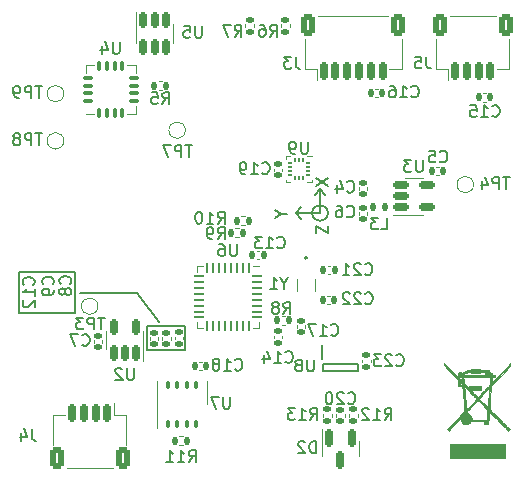
<source format=gbo>
%TF.GenerationSoftware,KiCad,Pcbnew,(7.0.0)*%
%TF.CreationDate,2023-03-08T15:02:16+02:00*%
%TF.ProjectId,SARA-R4_DevBoard,53415241-2d52-4345-9f44-6576426f6172,rev?*%
%TF.SameCoordinates,Original*%
%TF.FileFunction,Legend,Bot*%
%TF.FilePolarity,Positive*%
%FSLAX46Y46*%
G04 Gerber Fmt 4.6, Leading zero omitted, Abs format (unit mm)*
G04 Created by KiCad (PCBNEW (7.0.0)) date 2023-03-08 15:02:16*
%MOMM*%
%LPD*%
G01*
G04 APERTURE LIST*
G04 Aperture macros list*
%AMRoundRect*
0 Rectangle with rounded corners*
0 $1 Rounding radius*
0 $2 $3 $4 $5 $6 $7 $8 $9 X,Y pos of 4 corners*
0 Add a 4 corners polygon primitive as box body*
4,1,4,$2,$3,$4,$5,$6,$7,$8,$9,$2,$3,0*
0 Add four circle primitives for the rounded corners*
1,1,$1+$1,$2,$3*
1,1,$1+$1,$4,$5*
1,1,$1+$1,$6,$7*
1,1,$1+$1,$8,$9*
0 Add four rect primitives between the rounded corners*
20,1,$1+$1,$2,$3,$4,$5,0*
20,1,$1+$1,$4,$5,$6,$7,0*
20,1,$1+$1,$6,$7,$8,$9,0*
20,1,$1+$1,$8,$9,$2,$3,0*%
G04 Aperture macros list end*
%ADD10C,0.150000*%
%ADD11C,0.010000*%
%ADD12C,0.120000*%
%ADD13C,0.200000*%
%ADD14C,0.100000*%
%ADD15C,1.000000*%
%ADD16C,0.650000*%
%ADD17RoundRect,0.050000X0.112500X0.050000X-0.112500X0.050000X-0.112500X-0.050000X0.112500X-0.050000X0*%
%ADD18RoundRect,0.050000X0.050000X0.112500X-0.050000X0.112500X-0.050000X-0.112500X0.050000X-0.112500X0*%
%ADD19RoundRect,0.140000X0.140000X0.170000X-0.140000X0.170000X-0.140000X-0.170000X0.140000X-0.170000X0*%
%ADD20RoundRect,0.140000X0.170000X-0.140000X0.170000X0.140000X-0.170000X0.140000X-0.170000X-0.140000X0*%
%ADD21RoundRect,0.150000X-0.150000X-0.625000X0.150000X-0.625000X0.150000X0.625000X-0.150000X0.625000X0*%
%ADD22RoundRect,0.250000X-0.350000X-0.650000X0.350000X-0.650000X0.350000X0.650000X-0.350000X0.650000X0*%
%ADD23RoundRect,0.135000X0.135000X0.185000X-0.135000X0.185000X-0.135000X-0.185000X0.135000X-0.185000X0*%
%ADD24RoundRect,0.147500X0.147500X0.172500X-0.147500X0.172500X-0.147500X-0.172500X0.147500X-0.172500X0*%
%ADD25RoundRect,0.140000X-0.170000X0.140000X-0.170000X-0.140000X0.170000X-0.140000X0.170000X0.140000X0*%
%ADD26RoundRect,0.150000X-0.150000X0.512500X-0.150000X-0.512500X0.150000X-0.512500X0.150000X0.512500X0*%
%ADD27RoundRect,0.135000X-0.185000X0.135000X-0.185000X-0.135000X0.185000X-0.135000X0.185000X0.135000X0*%
%ADD28RoundRect,0.150000X-0.512500X-0.150000X0.512500X-0.150000X0.512500X0.150000X-0.512500X0.150000X0*%
%ADD29RoundRect,0.140000X-0.140000X-0.170000X0.140000X-0.170000X0.140000X0.170000X-0.140000X0.170000X0*%
%ADD30RoundRect,0.150000X0.150000X-0.512500X0.150000X0.512500X-0.150000X0.512500X-0.150000X-0.512500X0*%
%ADD31R,0.450000X1.200000*%
%ADD32RoundRect,0.062500X0.375000X0.062500X-0.375000X0.062500X-0.375000X-0.062500X0.375000X-0.062500X0*%
%ADD33RoundRect,0.062500X0.062500X0.375000X-0.062500X0.375000X-0.062500X-0.375000X0.062500X-0.375000X0*%
%ADD34R,3.450000X3.450000*%
%ADD35R,1.800000X1.000000*%
%ADD36RoundRect,0.075000X-0.350000X-0.075000X0.350000X-0.075000X0.350000X0.075000X-0.350000X0.075000X0*%
%ADD37RoundRect,0.075000X-0.075000X-0.350000X0.075000X-0.350000X0.075000X0.350000X-0.075000X0.350000X0*%
%ADD38R,2.100000X2.100000*%
%ADD39RoundRect,0.100000X0.100000X-0.225000X0.100000X0.225000X-0.100000X0.225000X-0.100000X-0.225000X0*%
%ADD40R,3.000000X2.200000*%
%ADD41RoundRect,0.135000X0.185000X-0.135000X0.185000X0.135000X-0.185000X0.135000X-0.185000X-0.135000X0*%
%ADD42RoundRect,0.135000X-0.135000X-0.185000X0.135000X-0.185000X0.135000X0.185000X-0.135000X0.185000X0*%
%ADD43RoundRect,0.150000X0.150000X0.625000X-0.150000X0.625000X-0.150000X-0.625000X0.150000X-0.625000X0*%
%ADD44RoundRect,0.250000X0.350000X0.650000X-0.350000X0.650000X-0.350000X-0.650000X0.350000X-0.650000X0*%
%ADD45RoundRect,0.150000X-0.150000X0.587500X-0.150000X-0.587500X0.150000X-0.587500X0.150000X0.587500X0*%
G04 APERTURE END LIST*
D10*
X146332500Y-104400000D02*
X148200000Y-106800000D01*
X141467500Y-104400000D02*
X146332500Y-104400000D01*
X136300000Y-102630000D02*
X141020000Y-102630000D01*
X141020000Y-102630000D02*
X141020000Y-106040000D01*
X141020000Y-106040000D02*
X136300000Y-106040000D01*
X136300000Y-106040000D02*
X136300000Y-102630000D01*
X147150000Y-107190000D02*
X150400000Y-107190000D01*
X150400000Y-107190000D02*
X150400000Y-109200000D01*
X150400000Y-109200000D02*
X147150000Y-109200000D01*
X147150000Y-109200000D02*
X147150000Y-107190000D01*
X161800000Y-97600000D02*
X159800000Y-97600000D01*
X159800000Y-97600000D02*
X160200000Y-98100000D01*
X161800000Y-95600000D02*
X162200000Y-96100000D01*
X161800000Y-95600000D02*
X161800000Y-97600000D01*
X159800000Y-97600000D02*
X160200000Y-97100000D01*
X162470820Y-97600000D02*
G75*
G03*
X162470820Y-97600000I-670820J0D01*
G01*
X161400000Y-96100000D02*
X161800000Y-95600000D01*
X162432619Y-98666667D02*
X162432619Y-99333333D01*
X162432619Y-99333333D02*
X161432619Y-98666667D01*
X161432619Y-98666667D02*
X161432619Y-99333333D01*
X162432619Y-94616667D02*
X161432619Y-95283333D01*
X162432619Y-95283333D02*
X161432619Y-94616667D01*
X158491190Y-97700000D02*
X158967380Y-97700000D01*
X157967380Y-97366667D02*
X158491190Y-97700000D01*
X158491190Y-97700000D02*
X157967380Y-98033333D01*
%TO.C,TP7*%
X150961904Y-91867380D02*
X150390476Y-91867380D01*
X150676190Y-92867380D02*
X150676190Y-91867380D01*
X150057142Y-92867380D02*
X150057142Y-91867380D01*
X150057142Y-91867380D02*
X149676190Y-91867380D01*
X149676190Y-91867380D02*
X149580952Y-91915000D01*
X149580952Y-91915000D02*
X149533333Y-91962619D01*
X149533333Y-91962619D02*
X149485714Y-92057857D01*
X149485714Y-92057857D02*
X149485714Y-92200714D01*
X149485714Y-92200714D02*
X149533333Y-92295952D01*
X149533333Y-92295952D02*
X149580952Y-92343571D01*
X149580952Y-92343571D02*
X149676190Y-92391190D01*
X149676190Y-92391190D02*
X150057142Y-92391190D01*
X149152380Y-91867380D02*
X148485714Y-91867380D01*
X148485714Y-91867380D02*
X148914285Y-92867380D01*
%TO.C,TP9*%
X138261904Y-86867380D02*
X137690476Y-86867380D01*
X137976190Y-87867380D02*
X137976190Y-86867380D01*
X137357142Y-87867380D02*
X137357142Y-86867380D01*
X137357142Y-86867380D02*
X136976190Y-86867380D01*
X136976190Y-86867380D02*
X136880952Y-86915000D01*
X136880952Y-86915000D02*
X136833333Y-86962619D01*
X136833333Y-86962619D02*
X136785714Y-87057857D01*
X136785714Y-87057857D02*
X136785714Y-87200714D01*
X136785714Y-87200714D02*
X136833333Y-87295952D01*
X136833333Y-87295952D02*
X136880952Y-87343571D01*
X136880952Y-87343571D02*
X136976190Y-87391190D01*
X136976190Y-87391190D02*
X137357142Y-87391190D01*
X136309523Y-87867380D02*
X136119047Y-87867380D01*
X136119047Y-87867380D02*
X136023809Y-87819761D01*
X136023809Y-87819761D02*
X135976190Y-87772142D01*
X135976190Y-87772142D02*
X135880952Y-87629285D01*
X135880952Y-87629285D02*
X135833333Y-87438809D01*
X135833333Y-87438809D02*
X135833333Y-87057857D01*
X135833333Y-87057857D02*
X135880952Y-86962619D01*
X135880952Y-86962619D02*
X135928571Y-86915000D01*
X135928571Y-86915000D02*
X136023809Y-86867380D01*
X136023809Y-86867380D02*
X136214285Y-86867380D01*
X136214285Y-86867380D02*
X136309523Y-86915000D01*
X136309523Y-86915000D02*
X136357142Y-86962619D01*
X136357142Y-86962619D02*
X136404761Y-87057857D01*
X136404761Y-87057857D02*
X136404761Y-87295952D01*
X136404761Y-87295952D02*
X136357142Y-87391190D01*
X136357142Y-87391190D02*
X136309523Y-87438809D01*
X136309523Y-87438809D02*
X136214285Y-87486428D01*
X136214285Y-87486428D02*
X136023809Y-87486428D01*
X136023809Y-87486428D02*
X135928571Y-87438809D01*
X135928571Y-87438809D02*
X135880952Y-87391190D01*
X135880952Y-87391190D02*
X135833333Y-87295952D01*
%TO.C,TP8*%
X138261904Y-90867380D02*
X137690476Y-90867380D01*
X137976190Y-91867380D02*
X137976190Y-90867380D01*
X137357142Y-91867380D02*
X137357142Y-90867380D01*
X137357142Y-90867380D02*
X136976190Y-90867380D01*
X136976190Y-90867380D02*
X136880952Y-90915000D01*
X136880952Y-90915000D02*
X136833333Y-90962619D01*
X136833333Y-90962619D02*
X136785714Y-91057857D01*
X136785714Y-91057857D02*
X136785714Y-91200714D01*
X136785714Y-91200714D02*
X136833333Y-91295952D01*
X136833333Y-91295952D02*
X136880952Y-91343571D01*
X136880952Y-91343571D02*
X136976190Y-91391190D01*
X136976190Y-91391190D02*
X137357142Y-91391190D01*
X136214285Y-91295952D02*
X136309523Y-91248333D01*
X136309523Y-91248333D02*
X136357142Y-91200714D01*
X136357142Y-91200714D02*
X136404761Y-91105476D01*
X136404761Y-91105476D02*
X136404761Y-91057857D01*
X136404761Y-91057857D02*
X136357142Y-90962619D01*
X136357142Y-90962619D02*
X136309523Y-90915000D01*
X136309523Y-90915000D02*
X136214285Y-90867380D01*
X136214285Y-90867380D02*
X136023809Y-90867380D01*
X136023809Y-90867380D02*
X135928571Y-90915000D01*
X135928571Y-90915000D02*
X135880952Y-90962619D01*
X135880952Y-90962619D02*
X135833333Y-91057857D01*
X135833333Y-91057857D02*
X135833333Y-91105476D01*
X135833333Y-91105476D02*
X135880952Y-91200714D01*
X135880952Y-91200714D02*
X135928571Y-91248333D01*
X135928571Y-91248333D02*
X136023809Y-91295952D01*
X136023809Y-91295952D02*
X136214285Y-91295952D01*
X136214285Y-91295952D02*
X136309523Y-91343571D01*
X136309523Y-91343571D02*
X136357142Y-91391190D01*
X136357142Y-91391190D02*
X136404761Y-91486428D01*
X136404761Y-91486428D02*
X136404761Y-91676904D01*
X136404761Y-91676904D02*
X136357142Y-91772142D01*
X136357142Y-91772142D02*
X136309523Y-91819761D01*
X136309523Y-91819761D02*
X136214285Y-91867380D01*
X136214285Y-91867380D02*
X136023809Y-91867380D01*
X136023809Y-91867380D02*
X135928571Y-91819761D01*
X135928571Y-91819761D02*
X135880952Y-91772142D01*
X135880952Y-91772142D02*
X135833333Y-91676904D01*
X135833333Y-91676904D02*
X135833333Y-91486428D01*
X135833333Y-91486428D02*
X135880952Y-91391190D01*
X135880952Y-91391190D02*
X135928571Y-91343571D01*
X135928571Y-91343571D02*
X136023809Y-91295952D01*
%TO.C,TP4*%
X177861904Y-94567380D02*
X177290476Y-94567380D01*
X177576190Y-95567380D02*
X177576190Y-94567380D01*
X176957142Y-95567380D02*
X176957142Y-94567380D01*
X176957142Y-94567380D02*
X176576190Y-94567380D01*
X176576190Y-94567380D02*
X176480952Y-94615000D01*
X176480952Y-94615000D02*
X176433333Y-94662619D01*
X176433333Y-94662619D02*
X176385714Y-94757857D01*
X176385714Y-94757857D02*
X176385714Y-94900714D01*
X176385714Y-94900714D02*
X176433333Y-94995952D01*
X176433333Y-94995952D02*
X176480952Y-95043571D01*
X176480952Y-95043571D02*
X176576190Y-95091190D01*
X176576190Y-95091190D02*
X176957142Y-95091190D01*
X175528571Y-94900714D02*
X175528571Y-95567380D01*
X175766666Y-94519761D02*
X176004761Y-95234047D01*
X176004761Y-95234047D02*
X175385714Y-95234047D01*
%TO.C,TP3*%
X143561904Y-106467380D02*
X142990476Y-106467380D01*
X143276190Y-107467380D02*
X143276190Y-106467380D01*
X142657142Y-107467380D02*
X142657142Y-106467380D01*
X142657142Y-106467380D02*
X142276190Y-106467380D01*
X142276190Y-106467380D02*
X142180952Y-106515000D01*
X142180952Y-106515000D02*
X142133333Y-106562619D01*
X142133333Y-106562619D02*
X142085714Y-106657857D01*
X142085714Y-106657857D02*
X142085714Y-106800714D01*
X142085714Y-106800714D02*
X142133333Y-106895952D01*
X142133333Y-106895952D02*
X142180952Y-106943571D01*
X142180952Y-106943571D02*
X142276190Y-106991190D01*
X142276190Y-106991190D02*
X142657142Y-106991190D01*
X141752380Y-106467380D02*
X141133333Y-106467380D01*
X141133333Y-106467380D02*
X141466666Y-106848333D01*
X141466666Y-106848333D02*
X141323809Y-106848333D01*
X141323809Y-106848333D02*
X141228571Y-106895952D01*
X141228571Y-106895952D02*
X141180952Y-106943571D01*
X141180952Y-106943571D02*
X141133333Y-107038809D01*
X141133333Y-107038809D02*
X141133333Y-107276904D01*
X141133333Y-107276904D02*
X141180952Y-107372142D01*
X141180952Y-107372142D02*
X141228571Y-107419761D01*
X141228571Y-107419761D02*
X141323809Y-107467380D01*
X141323809Y-107467380D02*
X141609523Y-107467380D01*
X141609523Y-107467380D02*
X141704761Y-107419761D01*
X141704761Y-107419761D02*
X141752380Y-107372142D01*
%TO.C,U9*%
X160761904Y-91587380D02*
X160761904Y-92396904D01*
X160761904Y-92396904D02*
X160714285Y-92492142D01*
X160714285Y-92492142D02*
X160666666Y-92539761D01*
X160666666Y-92539761D02*
X160571428Y-92587380D01*
X160571428Y-92587380D02*
X160380952Y-92587380D01*
X160380952Y-92587380D02*
X160285714Y-92539761D01*
X160285714Y-92539761D02*
X160238095Y-92492142D01*
X160238095Y-92492142D02*
X160190476Y-92396904D01*
X160190476Y-92396904D02*
X160190476Y-91587380D01*
X159666666Y-92587380D02*
X159476190Y-92587380D01*
X159476190Y-92587380D02*
X159380952Y-92539761D01*
X159380952Y-92539761D02*
X159333333Y-92492142D01*
X159333333Y-92492142D02*
X159238095Y-92349285D01*
X159238095Y-92349285D02*
X159190476Y-92158809D01*
X159190476Y-92158809D02*
X159190476Y-91777857D01*
X159190476Y-91777857D02*
X159238095Y-91682619D01*
X159238095Y-91682619D02*
X159285714Y-91635000D01*
X159285714Y-91635000D02*
X159380952Y-91587380D01*
X159380952Y-91587380D02*
X159571428Y-91587380D01*
X159571428Y-91587380D02*
X159666666Y-91635000D01*
X159666666Y-91635000D02*
X159714285Y-91682619D01*
X159714285Y-91682619D02*
X159761904Y-91777857D01*
X159761904Y-91777857D02*
X159761904Y-92015952D01*
X159761904Y-92015952D02*
X159714285Y-92111190D01*
X159714285Y-92111190D02*
X159666666Y-92158809D01*
X159666666Y-92158809D02*
X159571428Y-92206428D01*
X159571428Y-92206428D02*
X159380952Y-92206428D01*
X159380952Y-92206428D02*
X159285714Y-92158809D01*
X159285714Y-92158809D02*
X159238095Y-92111190D01*
X159238095Y-92111190D02*
X159190476Y-92015952D01*
%TO.C,C5*%
X171946666Y-93232142D02*
X171994285Y-93279761D01*
X171994285Y-93279761D02*
X172137142Y-93327380D01*
X172137142Y-93327380D02*
X172232380Y-93327380D01*
X172232380Y-93327380D02*
X172375237Y-93279761D01*
X172375237Y-93279761D02*
X172470475Y-93184523D01*
X172470475Y-93184523D02*
X172518094Y-93089285D01*
X172518094Y-93089285D02*
X172565713Y-92898809D01*
X172565713Y-92898809D02*
X172565713Y-92755952D01*
X172565713Y-92755952D02*
X172518094Y-92565476D01*
X172518094Y-92565476D02*
X172470475Y-92470238D01*
X172470475Y-92470238D02*
X172375237Y-92375000D01*
X172375237Y-92375000D02*
X172232380Y-92327380D01*
X172232380Y-92327380D02*
X172137142Y-92327380D01*
X172137142Y-92327380D02*
X171994285Y-92375000D01*
X171994285Y-92375000D02*
X171946666Y-92422619D01*
X171041904Y-92327380D02*
X171518094Y-92327380D01*
X171518094Y-92327380D02*
X171565713Y-92803571D01*
X171565713Y-92803571D02*
X171518094Y-92755952D01*
X171518094Y-92755952D02*
X171422856Y-92708333D01*
X171422856Y-92708333D02*
X171184761Y-92708333D01*
X171184761Y-92708333D02*
X171089523Y-92755952D01*
X171089523Y-92755952D02*
X171041904Y-92803571D01*
X171041904Y-92803571D02*
X170994285Y-92898809D01*
X170994285Y-92898809D02*
X170994285Y-93136904D01*
X170994285Y-93136904D02*
X171041904Y-93232142D01*
X171041904Y-93232142D02*
X171089523Y-93279761D01*
X171089523Y-93279761D02*
X171184761Y-93327380D01*
X171184761Y-93327380D02*
X171422856Y-93327380D01*
X171422856Y-93327380D02*
X171518094Y-93279761D01*
X171518094Y-93279761D02*
X171565713Y-93232142D01*
%TO.C,C19*%
X156902857Y-94222142D02*
X156950476Y-94269761D01*
X156950476Y-94269761D02*
X157093333Y-94317380D01*
X157093333Y-94317380D02*
X157188571Y-94317380D01*
X157188571Y-94317380D02*
X157331428Y-94269761D01*
X157331428Y-94269761D02*
X157426666Y-94174523D01*
X157426666Y-94174523D02*
X157474285Y-94079285D01*
X157474285Y-94079285D02*
X157521904Y-93888809D01*
X157521904Y-93888809D02*
X157521904Y-93745952D01*
X157521904Y-93745952D02*
X157474285Y-93555476D01*
X157474285Y-93555476D02*
X157426666Y-93460238D01*
X157426666Y-93460238D02*
X157331428Y-93365000D01*
X157331428Y-93365000D02*
X157188571Y-93317380D01*
X157188571Y-93317380D02*
X157093333Y-93317380D01*
X157093333Y-93317380D02*
X156950476Y-93365000D01*
X156950476Y-93365000D02*
X156902857Y-93412619D01*
X155950476Y-94317380D02*
X156521904Y-94317380D01*
X156236190Y-94317380D02*
X156236190Y-93317380D01*
X156236190Y-93317380D02*
X156331428Y-93460238D01*
X156331428Y-93460238D02*
X156426666Y-93555476D01*
X156426666Y-93555476D02*
X156521904Y-93603095D01*
X155474285Y-94317380D02*
X155283809Y-94317380D01*
X155283809Y-94317380D02*
X155188571Y-94269761D01*
X155188571Y-94269761D02*
X155140952Y-94222142D01*
X155140952Y-94222142D02*
X155045714Y-94079285D01*
X155045714Y-94079285D02*
X154998095Y-93888809D01*
X154998095Y-93888809D02*
X154998095Y-93507857D01*
X154998095Y-93507857D02*
X155045714Y-93412619D01*
X155045714Y-93412619D02*
X155093333Y-93365000D01*
X155093333Y-93365000D02*
X155188571Y-93317380D01*
X155188571Y-93317380D02*
X155379047Y-93317380D01*
X155379047Y-93317380D02*
X155474285Y-93365000D01*
X155474285Y-93365000D02*
X155521904Y-93412619D01*
X155521904Y-93412619D02*
X155569523Y-93507857D01*
X155569523Y-93507857D02*
X155569523Y-93745952D01*
X155569523Y-93745952D02*
X155521904Y-93841190D01*
X155521904Y-93841190D02*
X155474285Y-93888809D01*
X155474285Y-93888809D02*
X155379047Y-93936428D01*
X155379047Y-93936428D02*
X155188571Y-93936428D01*
X155188571Y-93936428D02*
X155093333Y-93888809D01*
X155093333Y-93888809D02*
X155045714Y-93841190D01*
X155045714Y-93841190D02*
X154998095Y-93745952D01*
%TO.C,J5*%
X170803333Y-84357380D02*
X170803333Y-85071666D01*
X170803333Y-85071666D02*
X170850952Y-85214523D01*
X170850952Y-85214523D02*
X170946190Y-85309761D01*
X170946190Y-85309761D02*
X171089047Y-85357380D01*
X171089047Y-85357380D02*
X171184285Y-85357380D01*
X169850952Y-84357380D02*
X170327142Y-84357380D01*
X170327142Y-84357380D02*
X170374761Y-84833571D01*
X170374761Y-84833571D02*
X170327142Y-84785952D01*
X170327142Y-84785952D02*
X170231904Y-84738333D01*
X170231904Y-84738333D02*
X169993809Y-84738333D01*
X169993809Y-84738333D02*
X169898571Y-84785952D01*
X169898571Y-84785952D02*
X169850952Y-84833571D01*
X169850952Y-84833571D02*
X169803333Y-84928809D01*
X169803333Y-84928809D02*
X169803333Y-85166904D01*
X169803333Y-85166904D02*
X169850952Y-85262142D01*
X169850952Y-85262142D02*
X169898571Y-85309761D01*
X169898571Y-85309761D02*
X169993809Y-85357380D01*
X169993809Y-85357380D02*
X170231904Y-85357380D01*
X170231904Y-85357380D02*
X170327142Y-85309761D01*
X170327142Y-85309761D02*
X170374761Y-85262142D01*
%TO.C,R10*%
X153152857Y-98507380D02*
X153486190Y-98031190D01*
X153724285Y-98507380D02*
X153724285Y-97507380D01*
X153724285Y-97507380D02*
X153343333Y-97507380D01*
X153343333Y-97507380D02*
X153248095Y-97555000D01*
X153248095Y-97555000D02*
X153200476Y-97602619D01*
X153200476Y-97602619D02*
X153152857Y-97697857D01*
X153152857Y-97697857D02*
X153152857Y-97840714D01*
X153152857Y-97840714D02*
X153200476Y-97935952D01*
X153200476Y-97935952D02*
X153248095Y-97983571D01*
X153248095Y-97983571D02*
X153343333Y-98031190D01*
X153343333Y-98031190D02*
X153724285Y-98031190D01*
X152200476Y-98507380D02*
X152771904Y-98507380D01*
X152486190Y-98507380D02*
X152486190Y-97507380D01*
X152486190Y-97507380D02*
X152581428Y-97650238D01*
X152581428Y-97650238D02*
X152676666Y-97745476D01*
X152676666Y-97745476D02*
X152771904Y-97793095D01*
X151581428Y-97507380D02*
X151486190Y-97507380D01*
X151486190Y-97507380D02*
X151390952Y-97555000D01*
X151390952Y-97555000D02*
X151343333Y-97602619D01*
X151343333Y-97602619D02*
X151295714Y-97697857D01*
X151295714Y-97697857D02*
X151248095Y-97888333D01*
X151248095Y-97888333D02*
X151248095Y-98126428D01*
X151248095Y-98126428D02*
X151295714Y-98316904D01*
X151295714Y-98316904D02*
X151343333Y-98412142D01*
X151343333Y-98412142D02*
X151390952Y-98459761D01*
X151390952Y-98459761D02*
X151486190Y-98507380D01*
X151486190Y-98507380D02*
X151581428Y-98507380D01*
X151581428Y-98507380D02*
X151676666Y-98459761D01*
X151676666Y-98459761D02*
X151724285Y-98412142D01*
X151724285Y-98412142D02*
X151771904Y-98316904D01*
X151771904Y-98316904D02*
X151819523Y-98126428D01*
X151819523Y-98126428D02*
X151819523Y-97888333D01*
X151819523Y-97888333D02*
X151771904Y-97697857D01*
X151771904Y-97697857D02*
X151724285Y-97602619D01*
X151724285Y-97602619D02*
X151676666Y-97555000D01*
X151676666Y-97555000D02*
X151581428Y-97507380D01*
%TO.C,R9*%
X153146666Y-99797380D02*
X153479999Y-99321190D01*
X153718094Y-99797380D02*
X153718094Y-98797380D01*
X153718094Y-98797380D02*
X153337142Y-98797380D01*
X153337142Y-98797380D02*
X153241904Y-98845000D01*
X153241904Y-98845000D02*
X153194285Y-98892619D01*
X153194285Y-98892619D02*
X153146666Y-98987857D01*
X153146666Y-98987857D02*
X153146666Y-99130714D01*
X153146666Y-99130714D02*
X153194285Y-99225952D01*
X153194285Y-99225952D02*
X153241904Y-99273571D01*
X153241904Y-99273571D02*
X153337142Y-99321190D01*
X153337142Y-99321190D02*
X153718094Y-99321190D01*
X152670475Y-99797380D02*
X152479999Y-99797380D01*
X152479999Y-99797380D02*
X152384761Y-99749761D01*
X152384761Y-99749761D02*
X152337142Y-99702142D01*
X152337142Y-99702142D02*
X152241904Y-99559285D01*
X152241904Y-99559285D02*
X152194285Y-99368809D01*
X152194285Y-99368809D02*
X152194285Y-98987857D01*
X152194285Y-98987857D02*
X152241904Y-98892619D01*
X152241904Y-98892619D02*
X152289523Y-98845000D01*
X152289523Y-98845000D02*
X152384761Y-98797380D01*
X152384761Y-98797380D02*
X152575237Y-98797380D01*
X152575237Y-98797380D02*
X152670475Y-98845000D01*
X152670475Y-98845000D02*
X152718094Y-98892619D01*
X152718094Y-98892619D02*
X152765713Y-98987857D01*
X152765713Y-98987857D02*
X152765713Y-99225952D01*
X152765713Y-99225952D02*
X152718094Y-99321190D01*
X152718094Y-99321190D02*
X152670475Y-99368809D01*
X152670475Y-99368809D02*
X152575237Y-99416428D01*
X152575237Y-99416428D02*
X152384761Y-99416428D01*
X152384761Y-99416428D02*
X152289523Y-99368809D01*
X152289523Y-99368809D02*
X152241904Y-99321190D01*
X152241904Y-99321190D02*
X152194285Y-99225952D01*
%TO.C,L3*%
X166956666Y-98997380D02*
X167432856Y-98997380D01*
X167432856Y-98997380D02*
X167432856Y-97997380D01*
X166718570Y-97997380D02*
X166099523Y-97997380D01*
X166099523Y-97997380D02*
X166432856Y-98378333D01*
X166432856Y-98378333D02*
X166289999Y-98378333D01*
X166289999Y-98378333D02*
X166194761Y-98425952D01*
X166194761Y-98425952D02*
X166147142Y-98473571D01*
X166147142Y-98473571D02*
X166099523Y-98568809D01*
X166099523Y-98568809D02*
X166099523Y-98806904D01*
X166099523Y-98806904D02*
X166147142Y-98902142D01*
X166147142Y-98902142D02*
X166194761Y-98949761D01*
X166194761Y-98949761D02*
X166289999Y-98997380D01*
X166289999Y-98997380D02*
X166575713Y-98997380D01*
X166575713Y-98997380D02*
X166670951Y-98949761D01*
X166670951Y-98949761D02*
X166718570Y-98902142D01*
%TO.C,C7*%
X141666666Y-108772142D02*
X141714285Y-108819761D01*
X141714285Y-108819761D02*
X141857142Y-108867380D01*
X141857142Y-108867380D02*
X141952380Y-108867380D01*
X141952380Y-108867380D02*
X142095237Y-108819761D01*
X142095237Y-108819761D02*
X142190475Y-108724523D01*
X142190475Y-108724523D02*
X142238094Y-108629285D01*
X142238094Y-108629285D02*
X142285713Y-108438809D01*
X142285713Y-108438809D02*
X142285713Y-108295952D01*
X142285713Y-108295952D02*
X142238094Y-108105476D01*
X142238094Y-108105476D02*
X142190475Y-108010238D01*
X142190475Y-108010238D02*
X142095237Y-107915000D01*
X142095237Y-107915000D02*
X141952380Y-107867380D01*
X141952380Y-107867380D02*
X141857142Y-107867380D01*
X141857142Y-107867380D02*
X141714285Y-107915000D01*
X141714285Y-107915000D02*
X141666666Y-107962619D01*
X141333332Y-107867380D02*
X140666666Y-107867380D01*
X140666666Y-107867380D02*
X141095237Y-108867380D01*
%TO.C,C14*%
X158872857Y-110202142D02*
X158920476Y-110249761D01*
X158920476Y-110249761D02*
X159063333Y-110297380D01*
X159063333Y-110297380D02*
X159158571Y-110297380D01*
X159158571Y-110297380D02*
X159301428Y-110249761D01*
X159301428Y-110249761D02*
X159396666Y-110154523D01*
X159396666Y-110154523D02*
X159444285Y-110059285D01*
X159444285Y-110059285D02*
X159491904Y-109868809D01*
X159491904Y-109868809D02*
X159491904Y-109725952D01*
X159491904Y-109725952D02*
X159444285Y-109535476D01*
X159444285Y-109535476D02*
X159396666Y-109440238D01*
X159396666Y-109440238D02*
X159301428Y-109345000D01*
X159301428Y-109345000D02*
X159158571Y-109297380D01*
X159158571Y-109297380D02*
X159063333Y-109297380D01*
X159063333Y-109297380D02*
X158920476Y-109345000D01*
X158920476Y-109345000D02*
X158872857Y-109392619D01*
X157920476Y-110297380D02*
X158491904Y-110297380D01*
X158206190Y-110297380D02*
X158206190Y-109297380D01*
X158206190Y-109297380D02*
X158301428Y-109440238D01*
X158301428Y-109440238D02*
X158396666Y-109535476D01*
X158396666Y-109535476D02*
X158491904Y-109583095D01*
X157063333Y-109630714D02*
X157063333Y-110297380D01*
X157301428Y-109249761D02*
X157539523Y-109964047D01*
X157539523Y-109964047D02*
X156920476Y-109964047D01*
%TO.C,U5*%
X151801904Y-81767380D02*
X151801904Y-82576904D01*
X151801904Y-82576904D02*
X151754285Y-82672142D01*
X151754285Y-82672142D02*
X151706666Y-82719761D01*
X151706666Y-82719761D02*
X151611428Y-82767380D01*
X151611428Y-82767380D02*
X151420952Y-82767380D01*
X151420952Y-82767380D02*
X151325714Y-82719761D01*
X151325714Y-82719761D02*
X151278095Y-82672142D01*
X151278095Y-82672142D02*
X151230476Y-82576904D01*
X151230476Y-82576904D02*
X151230476Y-81767380D01*
X150278095Y-81767380D02*
X150754285Y-81767380D01*
X150754285Y-81767380D02*
X150801904Y-82243571D01*
X150801904Y-82243571D02*
X150754285Y-82195952D01*
X150754285Y-82195952D02*
X150659047Y-82148333D01*
X150659047Y-82148333D02*
X150420952Y-82148333D01*
X150420952Y-82148333D02*
X150325714Y-82195952D01*
X150325714Y-82195952D02*
X150278095Y-82243571D01*
X150278095Y-82243571D02*
X150230476Y-82338809D01*
X150230476Y-82338809D02*
X150230476Y-82576904D01*
X150230476Y-82576904D02*
X150278095Y-82672142D01*
X150278095Y-82672142D02*
X150325714Y-82719761D01*
X150325714Y-82719761D02*
X150420952Y-82767380D01*
X150420952Y-82767380D02*
X150659047Y-82767380D01*
X150659047Y-82767380D02*
X150754285Y-82719761D01*
X150754285Y-82719761D02*
X150801904Y-82672142D01*
%TO.C,R6*%
X157566666Y-82667380D02*
X157899999Y-82191190D01*
X158138094Y-82667380D02*
X158138094Y-81667380D01*
X158138094Y-81667380D02*
X157757142Y-81667380D01*
X157757142Y-81667380D02*
X157661904Y-81715000D01*
X157661904Y-81715000D02*
X157614285Y-81762619D01*
X157614285Y-81762619D02*
X157566666Y-81857857D01*
X157566666Y-81857857D02*
X157566666Y-82000714D01*
X157566666Y-82000714D02*
X157614285Y-82095952D01*
X157614285Y-82095952D02*
X157661904Y-82143571D01*
X157661904Y-82143571D02*
X157757142Y-82191190D01*
X157757142Y-82191190D02*
X158138094Y-82191190D01*
X156709523Y-81667380D02*
X156899999Y-81667380D01*
X156899999Y-81667380D02*
X156995237Y-81715000D01*
X156995237Y-81715000D02*
X157042856Y-81762619D01*
X157042856Y-81762619D02*
X157138094Y-81905476D01*
X157138094Y-81905476D02*
X157185713Y-82095952D01*
X157185713Y-82095952D02*
X157185713Y-82476904D01*
X157185713Y-82476904D02*
X157138094Y-82572142D01*
X157138094Y-82572142D02*
X157090475Y-82619761D01*
X157090475Y-82619761D02*
X156995237Y-82667380D01*
X156995237Y-82667380D02*
X156804761Y-82667380D01*
X156804761Y-82667380D02*
X156709523Y-82619761D01*
X156709523Y-82619761D02*
X156661904Y-82572142D01*
X156661904Y-82572142D02*
X156614285Y-82476904D01*
X156614285Y-82476904D02*
X156614285Y-82238809D01*
X156614285Y-82238809D02*
X156661904Y-82143571D01*
X156661904Y-82143571D02*
X156709523Y-82095952D01*
X156709523Y-82095952D02*
X156804761Y-82048333D01*
X156804761Y-82048333D02*
X156995237Y-82048333D01*
X156995237Y-82048333D02*
X157090475Y-82095952D01*
X157090475Y-82095952D02*
X157138094Y-82143571D01*
X157138094Y-82143571D02*
X157185713Y-82238809D01*
%TO.C,U3*%
X170491904Y-93117380D02*
X170491904Y-93926904D01*
X170491904Y-93926904D02*
X170444285Y-94022142D01*
X170444285Y-94022142D02*
X170396666Y-94069761D01*
X170396666Y-94069761D02*
X170301428Y-94117380D01*
X170301428Y-94117380D02*
X170110952Y-94117380D01*
X170110952Y-94117380D02*
X170015714Y-94069761D01*
X170015714Y-94069761D02*
X169968095Y-94022142D01*
X169968095Y-94022142D02*
X169920476Y-93926904D01*
X169920476Y-93926904D02*
X169920476Y-93117380D01*
X169539523Y-93117380D02*
X168920476Y-93117380D01*
X168920476Y-93117380D02*
X169253809Y-93498333D01*
X169253809Y-93498333D02*
X169110952Y-93498333D01*
X169110952Y-93498333D02*
X169015714Y-93545952D01*
X169015714Y-93545952D02*
X168968095Y-93593571D01*
X168968095Y-93593571D02*
X168920476Y-93688809D01*
X168920476Y-93688809D02*
X168920476Y-93926904D01*
X168920476Y-93926904D02*
X168968095Y-94022142D01*
X168968095Y-94022142D02*
X169015714Y-94069761D01*
X169015714Y-94069761D02*
X169110952Y-94117380D01*
X169110952Y-94117380D02*
X169396666Y-94117380D01*
X169396666Y-94117380D02*
X169491904Y-94069761D01*
X169491904Y-94069761D02*
X169539523Y-94022142D01*
%TO.C,C21*%
X165617857Y-102772142D02*
X165665476Y-102819761D01*
X165665476Y-102819761D02*
X165808333Y-102867380D01*
X165808333Y-102867380D02*
X165903571Y-102867380D01*
X165903571Y-102867380D02*
X166046428Y-102819761D01*
X166046428Y-102819761D02*
X166141666Y-102724523D01*
X166141666Y-102724523D02*
X166189285Y-102629285D01*
X166189285Y-102629285D02*
X166236904Y-102438809D01*
X166236904Y-102438809D02*
X166236904Y-102295952D01*
X166236904Y-102295952D02*
X166189285Y-102105476D01*
X166189285Y-102105476D02*
X166141666Y-102010238D01*
X166141666Y-102010238D02*
X166046428Y-101915000D01*
X166046428Y-101915000D02*
X165903571Y-101867380D01*
X165903571Y-101867380D02*
X165808333Y-101867380D01*
X165808333Y-101867380D02*
X165665476Y-101915000D01*
X165665476Y-101915000D02*
X165617857Y-101962619D01*
X165236904Y-101962619D02*
X165189285Y-101915000D01*
X165189285Y-101915000D02*
X165094047Y-101867380D01*
X165094047Y-101867380D02*
X164855952Y-101867380D01*
X164855952Y-101867380D02*
X164760714Y-101915000D01*
X164760714Y-101915000D02*
X164713095Y-101962619D01*
X164713095Y-101962619D02*
X164665476Y-102057857D01*
X164665476Y-102057857D02*
X164665476Y-102153095D01*
X164665476Y-102153095D02*
X164713095Y-102295952D01*
X164713095Y-102295952D02*
X165284523Y-102867380D01*
X165284523Y-102867380D02*
X164665476Y-102867380D01*
X163713095Y-102867380D02*
X164284523Y-102867380D01*
X163998809Y-102867380D02*
X163998809Y-101867380D01*
X163998809Y-101867380D02*
X164094047Y-102010238D01*
X164094047Y-102010238D02*
X164189285Y-102105476D01*
X164189285Y-102105476D02*
X164284523Y-102153095D01*
%TO.C,C15*%
X176382857Y-89372142D02*
X176430476Y-89419761D01*
X176430476Y-89419761D02*
X176573333Y-89467380D01*
X176573333Y-89467380D02*
X176668571Y-89467380D01*
X176668571Y-89467380D02*
X176811428Y-89419761D01*
X176811428Y-89419761D02*
X176906666Y-89324523D01*
X176906666Y-89324523D02*
X176954285Y-89229285D01*
X176954285Y-89229285D02*
X177001904Y-89038809D01*
X177001904Y-89038809D02*
X177001904Y-88895952D01*
X177001904Y-88895952D02*
X176954285Y-88705476D01*
X176954285Y-88705476D02*
X176906666Y-88610238D01*
X176906666Y-88610238D02*
X176811428Y-88515000D01*
X176811428Y-88515000D02*
X176668571Y-88467380D01*
X176668571Y-88467380D02*
X176573333Y-88467380D01*
X176573333Y-88467380D02*
X176430476Y-88515000D01*
X176430476Y-88515000D02*
X176382857Y-88562619D01*
X175430476Y-89467380D02*
X176001904Y-89467380D01*
X175716190Y-89467380D02*
X175716190Y-88467380D01*
X175716190Y-88467380D02*
X175811428Y-88610238D01*
X175811428Y-88610238D02*
X175906666Y-88705476D01*
X175906666Y-88705476D02*
X176001904Y-88753095D01*
X174525714Y-88467380D02*
X175001904Y-88467380D01*
X175001904Y-88467380D02*
X175049523Y-88943571D01*
X175049523Y-88943571D02*
X175001904Y-88895952D01*
X175001904Y-88895952D02*
X174906666Y-88848333D01*
X174906666Y-88848333D02*
X174668571Y-88848333D01*
X174668571Y-88848333D02*
X174573333Y-88895952D01*
X174573333Y-88895952D02*
X174525714Y-88943571D01*
X174525714Y-88943571D02*
X174478095Y-89038809D01*
X174478095Y-89038809D02*
X174478095Y-89276904D01*
X174478095Y-89276904D02*
X174525714Y-89372142D01*
X174525714Y-89372142D02*
X174573333Y-89419761D01*
X174573333Y-89419761D02*
X174668571Y-89467380D01*
X174668571Y-89467380D02*
X174906666Y-89467380D01*
X174906666Y-89467380D02*
X175001904Y-89419761D01*
X175001904Y-89419761D02*
X175049523Y-89372142D01*
%TO.C,C17*%
X162742857Y-107902142D02*
X162790476Y-107949761D01*
X162790476Y-107949761D02*
X162933333Y-107997380D01*
X162933333Y-107997380D02*
X163028571Y-107997380D01*
X163028571Y-107997380D02*
X163171428Y-107949761D01*
X163171428Y-107949761D02*
X163266666Y-107854523D01*
X163266666Y-107854523D02*
X163314285Y-107759285D01*
X163314285Y-107759285D02*
X163361904Y-107568809D01*
X163361904Y-107568809D02*
X163361904Y-107425952D01*
X163361904Y-107425952D02*
X163314285Y-107235476D01*
X163314285Y-107235476D02*
X163266666Y-107140238D01*
X163266666Y-107140238D02*
X163171428Y-107045000D01*
X163171428Y-107045000D02*
X163028571Y-106997380D01*
X163028571Y-106997380D02*
X162933333Y-106997380D01*
X162933333Y-106997380D02*
X162790476Y-107045000D01*
X162790476Y-107045000D02*
X162742857Y-107092619D01*
X161790476Y-107997380D02*
X162361904Y-107997380D01*
X162076190Y-107997380D02*
X162076190Y-106997380D01*
X162076190Y-106997380D02*
X162171428Y-107140238D01*
X162171428Y-107140238D02*
X162266666Y-107235476D01*
X162266666Y-107235476D02*
X162361904Y-107283095D01*
X161457142Y-106997380D02*
X160790476Y-106997380D01*
X160790476Y-106997380D02*
X161219047Y-107997380D01*
%TO.C,J3*%
X159753333Y-84377380D02*
X159753333Y-85091666D01*
X159753333Y-85091666D02*
X159800952Y-85234523D01*
X159800952Y-85234523D02*
X159896190Y-85329761D01*
X159896190Y-85329761D02*
X160039047Y-85377380D01*
X160039047Y-85377380D02*
X160134285Y-85377380D01*
X159372380Y-84377380D02*
X158753333Y-84377380D01*
X158753333Y-84377380D02*
X159086666Y-84758333D01*
X159086666Y-84758333D02*
X158943809Y-84758333D01*
X158943809Y-84758333D02*
X158848571Y-84805952D01*
X158848571Y-84805952D02*
X158800952Y-84853571D01*
X158800952Y-84853571D02*
X158753333Y-84948809D01*
X158753333Y-84948809D02*
X158753333Y-85186904D01*
X158753333Y-85186904D02*
X158800952Y-85282142D01*
X158800952Y-85282142D02*
X158848571Y-85329761D01*
X158848571Y-85329761D02*
X158943809Y-85377380D01*
X158943809Y-85377380D02*
X159229523Y-85377380D01*
X159229523Y-85377380D02*
X159324761Y-85329761D01*
X159324761Y-85329761D02*
X159372380Y-85282142D01*
%TO.C,U2*%
X146031904Y-110727380D02*
X146031904Y-111536904D01*
X146031904Y-111536904D02*
X145984285Y-111632142D01*
X145984285Y-111632142D02*
X145936666Y-111679761D01*
X145936666Y-111679761D02*
X145841428Y-111727380D01*
X145841428Y-111727380D02*
X145650952Y-111727380D01*
X145650952Y-111727380D02*
X145555714Y-111679761D01*
X145555714Y-111679761D02*
X145508095Y-111632142D01*
X145508095Y-111632142D02*
X145460476Y-111536904D01*
X145460476Y-111536904D02*
X145460476Y-110727380D01*
X145031904Y-110822619D02*
X144984285Y-110775000D01*
X144984285Y-110775000D02*
X144889047Y-110727380D01*
X144889047Y-110727380D02*
X144650952Y-110727380D01*
X144650952Y-110727380D02*
X144555714Y-110775000D01*
X144555714Y-110775000D02*
X144508095Y-110822619D01*
X144508095Y-110822619D02*
X144460476Y-110917857D01*
X144460476Y-110917857D02*
X144460476Y-111013095D01*
X144460476Y-111013095D02*
X144508095Y-111155952D01*
X144508095Y-111155952D02*
X145079523Y-111727380D01*
X145079523Y-111727380D02*
X144460476Y-111727380D01*
%TO.C,C6*%
X164076666Y-97892142D02*
X164124285Y-97939761D01*
X164124285Y-97939761D02*
X164267142Y-97987380D01*
X164267142Y-97987380D02*
X164362380Y-97987380D01*
X164362380Y-97987380D02*
X164505237Y-97939761D01*
X164505237Y-97939761D02*
X164600475Y-97844523D01*
X164600475Y-97844523D02*
X164648094Y-97749285D01*
X164648094Y-97749285D02*
X164695713Y-97558809D01*
X164695713Y-97558809D02*
X164695713Y-97415952D01*
X164695713Y-97415952D02*
X164648094Y-97225476D01*
X164648094Y-97225476D02*
X164600475Y-97130238D01*
X164600475Y-97130238D02*
X164505237Y-97035000D01*
X164505237Y-97035000D02*
X164362380Y-96987380D01*
X164362380Y-96987380D02*
X164267142Y-96987380D01*
X164267142Y-96987380D02*
X164124285Y-97035000D01*
X164124285Y-97035000D02*
X164076666Y-97082619D01*
X163219523Y-96987380D02*
X163409999Y-96987380D01*
X163409999Y-96987380D02*
X163505237Y-97035000D01*
X163505237Y-97035000D02*
X163552856Y-97082619D01*
X163552856Y-97082619D02*
X163648094Y-97225476D01*
X163648094Y-97225476D02*
X163695713Y-97415952D01*
X163695713Y-97415952D02*
X163695713Y-97796904D01*
X163695713Y-97796904D02*
X163648094Y-97892142D01*
X163648094Y-97892142D02*
X163600475Y-97939761D01*
X163600475Y-97939761D02*
X163505237Y-97987380D01*
X163505237Y-97987380D02*
X163314761Y-97987380D01*
X163314761Y-97987380D02*
X163219523Y-97939761D01*
X163219523Y-97939761D02*
X163171904Y-97892142D01*
X163171904Y-97892142D02*
X163124285Y-97796904D01*
X163124285Y-97796904D02*
X163124285Y-97558809D01*
X163124285Y-97558809D02*
X163171904Y-97463571D01*
X163171904Y-97463571D02*
X163219523Y-97415952D01*
X163219523Y-97415952D02*
X163314761Y-97368333D01*
X163314761Y-97368333D02*
X163505237Y-97368333D01*
X163505237Y-97368333D02*
X163600475Y-97415952D01*
X163600475Y-97415952D02*
X163648094Y-97463571D01*
X163648094Y-97463571D02*
X163695713Y-97558809D01*
%TO.C,C18*%
X154602857Y-110852142D02*
X154650476Y-110899761D01*
X154650476Y-110899761D02*
X154793333Y-110947380D01*
X154793333Y-110947380D02*
X154888571Y-110947380D01*
X154888571Y-110947380D02*
X155031428Y-110899761D01*
X155031428Y-110899761D02*
X155126666Y-110804523D01*
X155126666Y-110804523D02*
X155174285Y-110709285D01*
X155174285Y-110709285D02*
X155221904Y-110518809D01*
X155221904Y-110518809D02*
X155221904Y-110375952D01*
X155221904Y-110375952D02*
X155174285Y-110185476D01*
X155174285Y-110185476D02*
X155126666Y-110090238D01*
X155126666Y-110090238D02*
X155031428Y-109995000D01*
X155031428Y-109995000D02*
X154888571Y-109947380D01*
X154888571Y-109947380D02*
X154793333Y-109947380D01*
X154793333Y-109947380D02*
X154650476Y-109995000D01*
X154650476Y-109995000D02*
X154602857Y-110042619D01*
X153650476Y-110947380D02*
X154221904Y-110947380D01*
X153936190Y-110947380D02*
X153936190Y-109947380D01*
X153936190Y-109947380D02*
X154031428Y-110090238D01*
X154031428Y-110090238D02*
X154126666Y-110185476D01*
X154126666Y-110185476D02*
X154221904Y-110233095D01*
X153079047Y-110375952D02*
X153174285Y-110328333D01*
X153174285Y-110328333D02*
X153221904Y-110280714D01*
X153221904Y-110280714D02*
X153269523Y-110185476D01*
X153269523Y-110185476D02*
X153269523Y-110137857D01*
X153269523Y-110137857D02*
X153221904Y-110042619D01*
X153221904Y-110042619D02*
X153174285Y-109995000D01*
X153174285Y-109995000D02*
X153079047Y-109947380D01*
X153079047Y-109947380D02*
X152888571Y-109947380D01*
X152888571Y-109947380D02*
X152793333Y-109995000D01*
X152793333Y-109995000D02*
X152745714Y-110042619D01*
X152745714Y-110042619D02*
X152698095Y-110137857D01*
X152698095Y-110137857D02*
X152698095Y-110185476D01*
X152698095Y-110185476D02*
X152745714Y-110280714D01*
X152745714Y-110280714D02*
X152793333Y-110328333D01*
X152793333Y-110328333D02*
X152888571Y-110375952D01*
X152888571Y-110375952D02*
X153079047Y-110375952D01*
X153079047Y-110375952D02*
X153174285Y-110423571D01*
X153174285Y-110423571D02*
X153221904Y-110471190D01*
X153221904Y-110471190D02*
X153269523Y-110566428D01*
X153269523Y-110566428D02*
X153269523Y-110756904D01*
X153269523Y-110756904D02*
X153221904Y-110852142D01*
X153221904Y-110852142D02*
X153174285Y-110899761D01*
X153174285Y-110899761D02*
X153079047Y-110947380D01*
X153079047Y-110947380D02*
X152888571Y-110947380D01*
X152888571Y-110947380D02*
X152793333Y-110899761D01*
X152793333Y-110899761D02*
X152745714Y-110852142D01*
X152745714Y-110852142D02*
X152698095Y-110756904D01*
X152698095Y-110756904D02*
X152698095Y-110566428D01*
X152698095Y-110566428D02*
X152745714Y-110471190D01*
X152745714Y-110471190D02*
X152793333Y-110423571D01*
X152793333Y-110423571D02*
X152888571Y-110375952D01*
%TO.C,C22*%
X165632857Y-105242142D02*
X165680476Y-105289761D01*
X165680476Y-105289761D02*
X165823333Y-105337380D01*
X165823333Y-105337380D02*
X165918571Y-105337380D01*
X165918571Y-105337380D02*
X166061428Y-105289761D01*
X166061428Y-105289761D02*
X166156666Y-105194523D01*
X166156666Y-105194523D02*
X166204285Y-105099285D01*
X166204285Y-105099285D02*
X166251904Y-104908809D01*
X166251904Y-104908809D02*
X166251904Y-104765952D01*
X166251904Y-104765952D02*
X166204285Y-104575476D01*
X166204285Y-104575476D02*
X166156666Y-104480238D01*
X166156666Y-104480238D02*
X166061428Y-104385000D01*
X166061428Y-104385000D02*
X165918571Y-104337380D01*
X165918571Y-104337380D02*
X165823333Y-104337380D01*
X165823333Y-104337380D02*
X165680476Y-104385000D01*
X165680476Y-104385000D02*
X165632857Y-104432619D01*
X165251904Y-104432619D02*
X165204285Y-104385000D01*
X165204285Y-104385000D02*
X165109047Y-104337380D01*
X165109047Y-104337380D02*
X164870952Y-104337380D01*
X164870952Y-104337380D02*
X164775714Y-104385000D01*
X164775714Y-104385000D02*
X164728095Y-104432619D01*
X164728095Y-104432619D02*
X164680476Y-104527857D01*
X164680476Y-104527857D02*
X164680476Y-104623095D01*
X164680476Y-104623095D02*
X164728095Y-104765952D01*
X164728095Y-104765952D02*
X165299523Y-105337380D01*
X165299523Y-105337380D02*
X164680476Y-105337380D01*
X164299523Y-104432619D02*
X164251904Y-104385000D01*
X164251904Y-104385000D02*
X164156666Y-104337380D01*
X164156666Y-104337380D02*
X163918571Y-104337380D01*
X163918571Y-104337380D02*
X163823333Y-104385000D01*
X163823333Y-104385000D02*
X163775714Y-104432619D01*
X163775714Y-104432619D02*
X163728095Y-104527857D01*
X163728095Y-104527857D02*
X163728095Y-104623095D01*
X163728095Y-104623095D02*
X163775714Y-104765952D01*
X163775714Y-104765952D02*
X164347142Y-105337380D01*
X164347142Y-105337380D02*
X163728095Y-105337380D01*
%TO.C,U8*%
X161286904Y-110017380D02*
X161286904Y-110826904D01*
X161286904Y-110826904D02*
X161239285Y-110922142D01*
X161239285Y-110922142D02*
X161191666Y-110969761D01*
X161191666Y-110969761D02*
X161096428Y-111017380D01*
X161096428Y-111017380D02*
X160905952Y-111017380D01*
X160905952Y-111017380D02*
X160810714Y-110969761D01*
X160810714Y-110969761D02*
X160763095Y-110922142D01*
X160763095Y-110922142D02*
X160715476Y-110826904D01*
X160715476Y-110826904D02*
X160715476Y-110017380D01*
X160096428Y-110445952D02*
X160191666Y-110398333D01*
X160191666Y-110398333D02*
X160239285Y-110350714D01*
X160239285Y-110350714D02*
X160286904Y-110255476D01*
X160286904Y-110255476D02*
X160286904Y-110207857D01*
X160286904Y-110207857D02*
X160239285Y-110112619D01*
X160239285Y-110112619D02*
X160191666Y-110065000D01*
X160191666Y-110065000D02*
X160096428Y-110017380D01*
X160096428Y-110017380D02*
X159905952Y-110017380D01*
X159905952Y-110017380D02*
X159810714Y-110065000D01*
X159810714Y-110065000D02*
X159763095Y-110112619D01*
X159763095Y-110112619D02*
X159715476Y-110207857D01*
X159715476Y-110207857D02*
X159715476Y-110255476D01*
X159715476Y-110255476D02*
X159763095Y-110350714D01*
X159763095Y-110350714D02*
X159810714Y-110398333D01*
X159810714Y-110398333D02*
X159905952Y-110445952D01*
X159905952Y-110445952D02*
X160096428Y-110445952D01*
X160096428Y-110445952D02*
X160191666Y-110493571D01*
X160191666Y-110493571D02*
X160239285Y-110541190D01*
X160239285Y-110541190D02*
X160286904Y-110636428D01*
X160286904Y-110636428D02*
X160286904Y-110826904D01*
X160286904Y-110826904D02*
X160239285Y-110922142D01*
X160239285Y-110922142D02*
X160191666Y-110969761D01*
X160191666Y-110969761D02*
X160096428Y-111017380D01*
X160096428Y-111017380D02*
X159905952Y-111017380D01*
X159905952Y-111017380D02*
X159810714Y-110969761D01*
X159810714Y-110969761D02*
X159763095Y-110922142D01*
X159763095Y-110922142D02*
X159715476Y-110826904D01*
X159715476Y-110826904D02*
X159715476Y-110636428D01*
X159715476Y-110636428D02*
X159763095Y-110541190D01*
X159763095Y-110541190D02*
X159810714Y-110493571D01*
X159810714Y-110493571D02*
X159905952Y-110445952D01*
%TO.C,C9*%
X139172142Y-103633333D02*
X139219761Y-103585714D01*
X139219761Y-103585714D02*
X139267380Y-103442857D01*
X139267380Y-103442857D02*
X139267380Y-103347619D01*
X139267380Y-103347619D02*
X139219761Y-103204762D01*
X139219761Y-103204762D02*
X139124523Y-103109524D01*
X139124523Y-103109524D02*
X139029285Y-103061905D01*
X139029285Y-103061905D02*
X138838809Y-103014286D01*
X138838809Y-103014286D02*
X138695952Y-103014286D01*
X138695952Y-103014286D02*
X138505476Y-103061905D01*
X138505476Y-103061905D02*
X138410238Y-103109524D01*
X138410238Y-103109524D02*
X138315000Y-103204762D01*
X138315000Y-103204762D02*
X138267380Y-103347619D01*
X138267380Y-103347619D02*
X138267380Y-103442857D01*
X138267380Y-103442857D02*
X138315000Y-103585714D01*
X138315000Y-103585714D02*
X138362619Y-103633333D01*
X139267380Y-104109524D02*
X139267380Y-104300000D01*
X139267380Y-104300000D02*
X139219761Y-104395238D01*
X139219761Y-104395238D02*
X139172142Y-104442857D01*
X139172142Y-104442857D02*
X139029285Y-104538095D01*
X139029285Y-104538095D02*
X138838809Y-104585714D01*
X138838809Y-104585714D02*
X138457857Y-104585714D01*
X138457857Y-104585714D02*
X138362619Y-104538095D01*
X138362619Y-104538095D02*
X138315000Y-104490476D01*
X138315000Y-104490476D02*
X138267380Y-104395238D01*
X138267380Y-104395238D02*
X138267380Y-104204762D01*
X138267380Y-104204762D02*
X138315000Y-104109524D01*
X138315000Y-104109524D02*
X138362619Y-104061905D01*
X138362619Y-104061905D02*
X138457857Y-104014286D01*
X138457857Y-104014286D02*
X138695952Y-104014286D01*
X138695952Y-104014286D02*
X138791190Y-104061905D01*
X138791190Y-104061905D02*
X138838809Y-104109524D01*
X138838809Y-104109524D02*
X138886428Y-104204762D01*
X138886428Y-104204762D02*
X138886428Y-104395238D01*
X138886428Y-104395238D02*
X138838809Y-104490476D01*
X138838809Y-104490476D02*
X138791190Y-104538095D01*
X138791190Y-104538095D02*
X138695952Y-104585714D01*
%TO.C,U6*%
X154761904Y-100247380D02*
X154761904Y-101056904D01*
X154761904Y-101056904D02*
X154714285Y-101152142D01*
X154714285Y-101152142D02*
X154666666Y-101199761D01*
X154666666Y-101199761D02*
X154571428Y-101247380D01*
X154571428Y-101247380D02*
X154380952Y-101247380D01*
X154380952Y-101247380D02*
X154285714Y-101199761D01*
X154285714Y-101199761D02*
X154238095Y-101152142D01*
X154238095Y-101152142D02*
X154190476Y-101056904D01*
X154190476Y-101056904D02*
X154190476Y-100247380D01*
X153285714Y-100247380D02*
X153476190Y-100247380D01*
X153476190Y-100247380D02*
X153571428Y-100295000D01*
X153571428Y-100295000D02*
X153619047Y-100342619D01*
X153619047Y-100342619D02*
X153714285Y-100485476D01*
X153714285Y-100485476D02*
X153761904Y-100675952D01*
X153761904Y-100675952D02*
X153761904Y-101056904D01*
X153761904Y-101056904D02*
X153714285Y-101152142D01*
X153714285Y-101152142D02*
X153666666Y-101199761D01*
X153666666Y-101199761D02*
X153571428Y-101247380D01*
X153571428Y-101247380D02*
X153380952Y-101247380D01*
X153380952Y-101247380D02*
X153285714Y-101199761D01*
X153285714Y-101199761D02*
X153238095Y-101152142D01*
X153238095Y-101152142D02*
X153190476Y-101056904D01*
X153190476Y-101056904D02*
X153190476Y-100818809D01*
X153190476Y-100818809D02*
X153238095Y-100723571D01*
X153238095Y-100723571D02*
X153285714Y-100675952D01*
X153285714Y-100675952D02*
X153380952Y-100628333D01*
X153380952Y-100628333D02*
X153571428Y-100628333D01*
X153571428Y-100628333D02*
X153666666Y-100675952D01*
X153666666Y-100675952D02*
X153714285Y-100723571D01*
X153714285Y-100723571D02*
X153761904Y-100818809D01*
%TO.C,R13*%
X160967857Y-115117380D02*
X161301190Y-114641190D01*
X161539285Y-115117380D02*
X161539285Y-114117380D01*
X161539285Y-114117380D02*
X161158333Y-114117380D01*
X161158333Y-114117380D02*
X161063095Y-114165000D01*
X161063095Y-114165000D02*
X161015476Y-114212619D01*
X161015476Y-114212619D02*
X160967857Y-114307857D01*
X160967857Y-114307857D02*
X160967857Y-114450714D01*
X160967857Y-114450714D02*
X161015476Y-114545952D01*
X161015476Y-114545952D02*
X161063095Y-114593571D01*
X161063095Y-114593571D02*
X161158333Y-114641190D01*
X161158333Y-114641190D02*
X161539285Y-114641190D01*
X160015476Y-115117380D02*
X160586904Y-115117380D01*
X160301190Y-115117380D02*
X160301190Y-114117380D01*
X160301190Y-114117380D02*
X160396428Y-114260238D01*
X160396428Y-114260238D02*
X160491666Y-114355476D01*
X160491666Y-114355476D02*
X160586904Y-114403095D01*
X159682142Y-114117380D02*
X159063095Y-114117380D01*
X159063095Y-114117380D02*
X159396428Y-114498333D01*
X159396428Y-114498333D02*
X159253571Y-114498333D01*
X159253571Y-114498333D02*
X159158333Y-114545952D01*
X159158333Y-114545952D02*
X159110714Y-114593571D01*
X159110714Y-114593571D02*
X159063095Y-114688809D01*
X159063095Y-114688809D02*
X159063095Y-114926904D01*
X159063095Y-114926904D02*
X159110714Y-115022142D01*
X159110714Y-115022142D02*
X159158333Y-115069761D01*
X159158333Y-115069761D02*
X159253571Y-115117380D01*
X159253571Y-115117380D02*
X159539285Y-115117380D01*
X159539285Y-115117380D02*
X159634523Y-115069761D01*
X159634523Y-115069761D02*
X159682142Y-115022142D01*
%TO.C,Y1*%
X158766190Y-103591190D02*
X158766190Y-104067380D01*
X159099523Y-103067380D02*
X158766190Y-103591190D01*
X158766190Y-103591190D02*
X158432857Y-103067380D01*
X157575714Y-104067380D02*
X158147142Y-104067380D01*
X157861428Y-104067380D02*
X157861428Y-103067380D01*
X157861428Y-103067380D02*
X157956666Y-103210238D01*
X157956666Y-103210238D02*
X158051904Y-103305476D01*
X158051904Y-103305476D02*
X158147142Y-103353095D01*
%TO.C,C23*%
X168267857Y-110472142D02*
X168315476Y-110519761D01*
X168315476Y-110519761D02*
X168458333Y-110567380D01*
X168458333Y-110567380D02*
X168553571Y-110567380D01*
X168553571Y-110567380D02*
X168696428Y-110519761D01*
X168696428Y-110519761D02*
X168791666Y-110424523D01*
X168791666Y-110424523D02*
X168839285Y-110329285D01*
X168839285Y-110329285D02*
X168886904Y-110138809D01*
X168886904Y-110138809D02*
X168886904Y-109995952D01*
X168886904Y-109995952D02*
X168839285Y-109805476D01*
X168839285Y-109805476D02*
X168791666Y-109710238D01*
X168791666Y-109710238D02*
X168696428Y-109615000D01*
X168696428Y-109615000D02*
X168553571Y-109567380D01*
X168553571Y-109567380D02*
X168458333Y-109567380D01*
X168458333Y-109567380D02*
X168315476Y-109615000D01*
X168315476Y-109615000D02*
X168267857Y-109662619D01*
X167886904Y-109662619D02*
X167839285Y-109615000D01*
X167839285Y-109615000D02*
X167744047Y-109567380D01*
X167744047Y-109567380D02*
X167505952Y-109567380D01*
X167505952Y-109567380D02*
X167410714Y-109615000D01*
X167410714Y-109615000D02*
X167363095Y-109662619D01*
X167363095Y-109662619D02*
X167315476Y-109757857D01*
X167315476Y-109757857D02*
X167315476Y-109853095D01*
X167315476Y-109853095D02*
X167363095Y-109995952D01*
X167363095Y-109995952D02*
X167934523Y-110567380D01*
X167934523Y-110567380D02*
X167315476Y-110567380D01*
X166982142Y-109567380D02*
X166363095Y-109567380D01*
X166363095Y-109567380D02*
X166696428Y-109948333D01*
X166696428Y-109948333D02*
X166553571Y-109948333D01*
X166553571Y-109948333D02*
X166458333Y-109995952D01*
X166458333Y-109995952D02*
X166410714Y-110043571D01*
X166410714Y-110043571D02*
X166363095Y-110138809D01*
X166363095Y-110138809D02*
X166363095Y-110376904D01*
X166363095Y-110376904D02*
X166410714Y-110472142D01*
X166410714Y-110472142D02*
X166458333Y-110519761D01*
X166458333Y-110519761D02*
X166553571Y-110567380D01*
X166553571Y-110567380D02*
X166839285Y-110567380D01*
X166839285Y-110567380D02*
X166934523Y-110519761D01*
X166934523Y-110519761D02*
X166982142Y-110472142D01*
%TO.C,U4*%
X144821904Y-83117380D02*
X144821904Y-83926904D01*
X144821904Y-83926904D02*
X144774285Y-84022142D01*
X144774285Y-84022142D02*
X144726666Y-84069761D01*
X144726666Y-84069761D02*
X144631428Y-84117380D01*
X144631428Y-84117380D02*
X144440952Y-84117380D01*
X144440952Y-84117380D02*
X144345714Y-84069761D01*
X144345714Y-84069761D02*
X144298095Y-84022142D01*
X144298095Y-84022142D02*
X144250476Y-83926904D01*
X144250476Y-83926904D02*
X144250476Y-83117380D01*
X143345714Y-83450714D02*
X143345714Y-84117380D01*
X143583809Y-83069761D02*
X143821904Y-83784047D01*
X143821904Y-83784047D02*
X143202857Y-83784047D01*
%TO.C,U7*%
X154161904Y-113167380D02*
X154161904Y-113976904D01*
X154161904Y-113976904D02*
X154114285Y-114072142D01*
X154114285Y-114072142D02*
X154066666Y-114119761D01*
X154066666Y-114119761D02*
X153971428Y-114167380D01*
X153971428Y-114167380D02*
X153780952Y-114167380D01*
X153780952Y-114167380D02*
X153685714Y-114119761D01*
X153685714Y-114119761D02*
X153638095Y-114072142D01*
X153638095Y-114072142D02*
X153590476Y-113976904D01*
X153590476Y-113976904D02*
X153590476Y-113167380D01*
X153209523Y-113167380D02*
X152542857Y-113167380D01*
X152542857Y-113167380D02*
X152971428Y-114167380D01*
%TO.C,R12*%
X167267857Y-115117380D02*
X167601190Y-114641190D01*
X167839285Y-115117380D02*
X167839285Y-114117380D01*
X167839285Y-114117380D02*
X167458333Y-114117380D01*
X167458333Y-114117380D02*
X167363095Y-114165000D01*
X167363095Y-114165000D02*
X167315476Y-114212619D01*
X167315476Y-114212619D02*
X167267857Y-114307857D01*
X167267857Y-114307857D02*
X167267857Y-114450714D01*
X167267857Y-114450714D02*
X167315476Y-114545952D01*
X167315476Y-114545952D02*
X167363095Y-114593571D01*
X167363095Y-114593571D02*
X167458333Y-114641190D01*
X167458333Y-114641190D02*
X167839285Y-114641190D01*
X166315476Y-115117380D02*
X166886904Y-115117380D01*
X166601190Y-115117380D02*
X166601190Y-114117380D01*
X166601190Y-114117380D02*
X166696428Y-114260238D01*
X166696428Y-114260238D02*
X166791666Y-114355476D01*
X166791666Y-114355476D02*
X166886904Y-114403095D01*
X165934523Y-114212619D02*
X165886904Y-114165000D01*
X165886904Y-114165000D02*
X165791666Y-114117380D01*
X165791666Y-114117380D02*
X165553571Y-114117380D01*
X165553571Y-114117380D02*
X165458333Y-114165000D01*
X165458333Y-114165000D02*
X165410714Y-114212619D01*
X165410714Y-114212619D02*
X165363095Y-114307857D01*
X165363095Y-114307857D02*
X165363095Y-114403095D01*
X165363095Y-114403095D02*
X165410714Y-114545952D01*
X165410714Y-114545952D02*
X165982142Y-115117380D01*
X165982142Y-115117380D02*
X165363095Y-115117380D01*
%TO.C,C4*%
X164086666Y-95782142D02*
X164134285Y-95829761D01*
X164134285Y-95829761D02*
X164277142Y-95877380D01*
X164277142Y-95877380D02*
X164372380Y-95877380D01*
X164372380Y-95877380D02*
X164515237Y-95829761D01*
X164515237Y-95829761D02*
X164610475Y-95734523D01*
X164610475Y-95734523D02*
X164658094Y-95639285D01*
X164658094Y-95639285D02*
X164705713Y-95448809D01*
X164705713Y-95448809D02*
X164705713Y-95305952D01*
X164705713Y-95305952D02*
X164658094Y-95115476D01*
X164658094Y-95115476D02*
X164610475Y-95020238D01*
X164610475Y-95020238D02*
X164515237Y-94925000D01*
X164515237Y-94925000D02*
X164372380Y-94877380D01*
X164372380Y-94877380D02*
X164277142Y-94877380D01*
X164277142Y-94877380D02*
X164134285Y-94925000D01*
X164134285Y-94925000D02*
X164086666Y-94972619D01*
X163229523Y-95210714D02*
X163229523Y-95877380D01*
X163467618Y-94829761D02*
X163705713Y-95544047D01*
X163705713Y-95544047D02*
X163086666Y-95544047D01*
%TO.C,R7*%
X154566666Y-82667380D02*
X154899999Y-82191190D01*
X155138094Y-82667380D02*
X155138094Y-81667380D01*
X155138094Y-81667380D02*
X154757142Y-81667380D01*
X154757142Y-81667380D02*
X154661904Y-81715000D01*
X154661904Y-81715000D02*
X154614285Y-81762619D01*
X154614285Y-81762619D02*
X154566666Y-81857857D01*
X154566666Y-81857857D02*
X154566666Y-82000714D01*
X154566666Y-82000714D02*
X154614285Y-82095952D01*
X154614285Y-82095952D02*
X154661904Y-82143571D01*
X154661904Y-82143571D02*
X154757142Y-82191190D01*
X154757142Y-82191190D02*
X155138094Y-82191190D01*
X154233332Y-81667380D02*
X153566666Y-81667380D01*
X153566666Y-81667380D02*
X153995237Y-82667380D01*
%TO.C,C12*%
X137532142Y-103667142D02*
X137579761Y-103619523D01*
X137579761Y-103619523D02*
X137627380Y-103476666D01*
X137627380Y-103476666D02*
X137627380Y-103381428D01*
X137627380Y-103381428D02*
X137579761Y-103238571D01*
X137579761Y-103238571D02*
X137484523Y-103143333D01*
X137484523Y-103143333D02*
X137389285Y-103095714D01*
X137389285Y-103095714D02*
X137198809Y-103048095D01*
X137198809Y-103048095D02*
X137055952Y-103048095D01*
X137055952Y-103048095D02*
X136865476Y-103095714D01*
X136865476Y-103095714D02*
X136770238Y-103143333D01*
X136770238Y-103143333D02*
X136675000Y-103238571D01*
X136675000Y-103238571D02*
X136627380Y-103381428D01*
X136627380Y-103381428D02*
X136627380Y-103476666D01*
X136627380Y-103476666D02*
X136675000Y-103619523D01*
X136675000Y-103619523D02*
X136722619Y-103667142D01*
X137627380Y-104619523D02*
X137627380Y-104048095D01*
X137627380Y-104333809D02*
X136627380Y-104333809D01*
X136627380Y-104333809D02*
X136770238Y-104238571D01*
X136770238Y-104238571D02*
X136865476Y-104143333D01*
X136865476Y-104143333D02*
X136913095Y-104048095D01*
X136722619Y-105000476D02*
X136675000Y-105048095D01*
X136675000Y-105048095D02*
X136627380Y-105143333D01*
X136627380Y-105143333D02*
X136627380Y-105381428D01*
X136627380Y-105381428D02*
X136675000Y-105476666D01*
X136675000Y-105476666D02*
X136722619Y-105524285D01*
X136722619Y-105524285D02*
X136817857Y-105571904D01*
X136817857Y-105571904D02*
X136913095Y-105571904D01*
X136913095Y-105571904D02*
X137055952Y-105524285D01*
X137055952Y-105524285D02*
X137627380Y-104952857D01*
X137627380Y-104952857D02*
X137627380Y-105571904D01*
%TO.C,R5*%
X148456666Y-88367380D02*
X148789999Y-87891190D01*
X149028094Y-88367380D02*
X149028094Y-87367380D01*
X149028094Y-87367380D02*
X148647142Y-87367380D01*
X148647142Y-87367380D02*
X148551904Y-87415000D01*
X148551904Y-87415000D02*
X148504285Y-87462619D01*
X148504285Y-87462619D02*
X148456666Y-87557857D01*
X148456666Y-87557857D02*
X148456666Y-87700714D01*
X148456666Y-87700714D02*
X148504285Y-87795952D01*
X148504285Y-87795952D02*
X148551904Y-87843571D01*
X148551904Y-87843571D02*
X148647142Y-87891190D01*
X148647142Y-87891190D02*
X149028094Y-87891190D01*
X147551904Y-87367380D02*
X148028094Y-87367380D01*
X148028094Y-87367380D02*
X148075713Y-87843571D01*
X148075713Y-87843571D02*
X148028094Y-87795952D01*
X148028094Y-87795952D02*
X147932856Y-87748333D01*
X147932856Y-87748333D02*
X147694761Y-87748333D01*
X147694761Y-87748333D02*
X147599523Y-87795952D01*
X147599523Y-87795952D02*
X147551904Y-87843571D01*
X147551904Y-87843571D02*
X147504285Y-87938809D01*
X147504285Y-87938809D02*
X147504285Y-88176904D01*
X147504285Y-88176904D02*
X147551904Y-88272142D01*
X147551904Y-88272142D02*
X147599523Y-88319761D01*
X147599523Y-88319761D02*
X147694761Y-88367380D01*
X147694761Y-88367380D02*
X147932856Y-88367380D01*
X147932856Y-88367380D02*
X148028094Y-88319761D01*
X148028094Y-88319761D02*
X148075713Y-88272142D01*
%TO.C,C13*%
X158182857Y-100512142D02*
X158230476Y-100559761D01*
X158230476Y-100559761D02*
X158373333Y-100607380D01*
X158373333Y-100607380D02*
X158468571Y-100607380D01*
X158468571Y-100607380D02*
X158611428Y-100559761D01*
X158611428Y-100559761D02*
X158706666Y-100464523D01*
X158706666Y-100464523D02*
X158754285Y-100369285D01*
X158754285Y-100369285D02*
X158801904Y-100178809D01*
X158801904Y-100178809D02*
X158801904Y-100035952D01*
X158801904Y-100035952D02*
X158754285Y-99845476D01*
X158754285Y-99845476D02*
X158706666Y-99750238D01*
X158706666Y-99750238D02*
X158611428Y-99655000D01*
X158611428Y-99655000D02*
X158468571Y-99607380D01*
X158468571Y-99607380D02*
X158373333Y-99607380D01*
X158373333Y-99607380D02*
X158230476Y-99655000D01*
X158230476Y-99655000D02*
X158182857Y-99702619D01*
X157230476Y-100607380D02*
X157801904Y-100607380D01*
X157516190Y-100607380D02*
X157516190Y-99607380D01*
X157516190Y-99607380D02*
X157611428Y-99750238D01*
X157611428Y-99750238D02*
X157706666Y-99845476D01*
X157706666Y-99845476D02*
X157801904Y-99893095D01*
X156897142Y-99607380D02*
X156278095Y-99607380D01*
X156278095Y-99607380D02*
X156611428Y-99988333D01*
X156611428Y-99988333D02*
X156468571Y-99988333D01*
X156468571Y-99988333D02*
X156373333Y-100035952D01*
X156373333Y-100035952D02*
X156325714Y-100083571D01*
X156325714Y-100083571D02*
X156278095Y-100178809D01*
X156278095Y-100178809D02*
X156278095Y-100416904D01*
X156278095Y-100416904D02*
X156325714Y-100512142D01*
X156325714Y-100512142D02*
X156373333Y-100559761D01*
X156373333Y-100559761D02*
X156468571Y-100607380D01*
X156468571Y-100607380D02*
X156754285Y-100607380D01*
X156754285Y-100607380D02*
X156849523Y-100559761D01*
X156849523Y-100559761D02*
X156897142Y-100512142D01*
%TO.C,J4*%
X137403333Y-115877380D02*
X137403333Y-116591666D01*
X137403333Y-116591666D02*
X137450952Y-116734523D01*
X137450952Y-116734523D02*
X137546190Y-116829761D01*
X137546190Y-116829761D02*
X137689047Y-116877380D01*
X137689047Y-116877380D02*
X137784285Y-116877380D01*
X136498571Y-116210714D02*
X136498571Y-116877380D01*
X136736666Y-115829761D02*
X136974761Y-116544047D01*
X136974761Y-116544047D02*
X136355714Y-116544047D01*
%TO.C,C16*%
X169532857Y-87722142D02*
X169580476Y-87769761D01*
X169580476Y-87769761D02*
X169723333Y-87817380D01*
X169723333Y-87817380D02*
X169818571Y-87817380D01*
X169818571Y-87817380D02*
X169961428Y-87769761D01*
X169961428Y-87769761D02*
X170056666Y-87674523D01*
X170056666Y-87674523D02*
X170104285Y-87579285D01*
X170104285Y-87579285D02*
X170151904Y-87388809D01*
X170151904Y-87388809D02*
X170151904Y-87245952D01*
X170151904Y-87245952D02*
X170104285Y-87055476D01*
X170104285Y-87055476D02*
X170056666Y-86960238D01*
X170056666Y-86960238D02*
X169961428Y-86865000D01*
X169961428Y-86865000D02*
X169818571Y-86817380D01*
X169818571Y-86817380D02*
X169723333Y-86817380D01*
X169723333Y-86817380D02*
X169580476Y-86865000D01*
X169580476Y-86865000D02*
X169532857Y-86912619D01*
X168580476Y-87817380D02*
X169151904Y-87817380D01*
X168866190Y-87817380D02*
X168866190Y-86817380D01*
X168866190Y-86817380D02*
X168961428Y-86960238D01*
X168961428Y-86960238D02*
X169056666Y-87055476D01*
X169056666Y-87055476D02*
X169151904Y-87103095D01*
X167723333Y-86817380D02*
X167913809Y-86817380D01*
X167913809Y-86817380D02*
X168009047Y-86865000D01*
X168009047Y-86865000D02*
X168056666Y-86912619D01*
X168056666Y-86912619D02*
X168151904Y-87055476D01*
X168151904Y-87055476D02*
X168199523Y-87245952D01*
X168199523Y-87245952D02*
X168199523Y-87626904D01*
X168199523Y-87626904D02*
X168151904Y-87722142D01*
X168151904Y-87722142D02*
X168104285Y-87769761D01*
X168104285Y-87769761D02*
X168009047Y-87817380D01*
X168009047Y-87817380D02*
X167818571Y-87817380D01*
X167818571Y-87817380D02*
X167723333Y-87769761D01*
X167723333Y-87769761D02*
X167675714Y-87722142D01*
X167675714Y-87722142D02*
X167628095Y-87626904D01*
X167628095Y-87626904D02*
X167628095Y-87388809D01*
X167628095Y-87388809D02*
X167675714Y-87293571D01*
X167675714Y-87293571D02*
X167723333Y-87245952D01*
X167723333Y-87245952D02*
X167818571Y-87198333D01*
X167818571Y-87198333D02*
X168009047Y-87198333D01*
X168009047Y-87198333D02*
X168104285Y-87245952D01*
X168104285Y-87245952D02*
X168151904Y-87293571D01*
X168151904Y-87293571D02*
X168199523Y-87388809D01*
%TO.C,D2*%
X161463094Y-117934880D02*
X161463094Y-116934880D01*
X161463094Y-116934880D02*
X161224999Y-116934880D01*
X161224999Y-116934880D02*
X161082142Y-116982500D01*
X161082142Y-116982500D02*
X160986904Y-117077738D01*
X160986904Y-117077738D02*
X160939285Y-117172976D01*
X160939285Y-117172976D02*
X160891666Y-117363452D01*
X160891666Y-117363452D02*
X160891666Y-117506309D01*
X160891666Y-117506309D02*
X160939285Y-117696785D01*
X160939285Y-117696785D02*
X160986904Y-117792023D01*
X160986904Y-117792023D02*
X161082142Y-117887261D01*
X161082142Y-117887261D02*
X161224999Y-117934880D01*
X161224999Y-117934880D02*
X161463094Y-117934880D01*
X160510713Y-117030119D02*
X160463094Y-116982500D01*
X160463094Y-116982500D02*
X160367856Y-116934880D01*
X160367856Y-116934880D02*
X160129761Y-116934880D01*
X160129761Y-116934880D02*
X160034523Y-116982500D01*
X160034523Y-116982500D02*
X159986904Y-117030119D01*
X159986904Y-117030119D02*
X159939285Y-117125357D01*
X159939285Y-117125357D02*
X159939285Y-117220595D01*
X159939285Y-117220595D02*
X159986904Y-117363452D01*
X159986904Y-117363452D02*
X160558332Y-117934880D01*
X160558332Y-117934880D02*
X159939285Y-117934880D01*
%TO.C,R8*%
X158696666Y-106157380D02*
X159029999Y-105681190D01*
X159268094Y-106157380D02*
X159268094Y-105157380D01*
X159268094Y-105157380D02*
X158887142Y-105157380D01*
X158887142Y-105157380D02*
X158791904Y-105205000D01*
X158791904Y-105205000D02*
X158744285Y-105252619D01*
X158744285Y-105252619D02*
X158696666Y-105347857D01*
X158696666Y-105347857D02*
X158696666Y-105490714D01*
X158696666Y-105490714D02*
X158744285Y-105585952D01*
X158744285Y-105585952D02*
X158791904Y-105633571D01*
X158791904Y-105633571D02*
X158887142Y-105681190D01*
X158887142Y-105681190D02*
X159268094Y-105681190D01*
X158125237Y-105585952D02*
X158220475Y-105538333D01*
X158220475Y-105538333D02*
X158268094Y-105490714D01*
X158268094Y-105490714D02*
X158315713Y-105395476D01*
X158315713Y-105395476D02*
X158315713Y-105347857D01*
X158315713Y-105347857D02*
X158268094Y-105252619D01*
X158268094Y-105252619D02*
X158220475Y-105205000D01*
X158220475Y-105205000D02*
X158125237Y-105157380D01*
X158125237Y-105157380D02*
X157934761Y-105157380D01*
X157934761Y-105157380D02*
X157839523Y-105205000D01*
X157839523Y-105205000D02*
X157791904Y-105252619D01*
X157791904Y-105252619D02*
X157744285Y-105347857D01*
X157744285Y-105347857D02*
X157744285Y-105395476D01*
X157744285Y-105395476D02*
X157791904Y-105490714D01*
X157791904Y-105490714D02*
X157839523Y-105538333D01*
X157839523Y-105538333D02*
X157934761Y-105585952D01*
X157934761Y-105585952D02*
X158125237Y-105585952D01*
X158125237Y-105585952D02*
X158220475Y-105633571D01*
X158220475Y-105633571D02*
X158268094Y-105681190D01*
X158268094Y-105681190D02*
X158315713Y-105776428D01*
X158315713Y-105776428D02*
X158315713Y-105966904D01*
X158315713Y-105966904D02*
X158268094Y-106062142D01*
X158268094Y-106062142D02*
X158220475Y-106109761D01*
X158220475Y-106109761D02*
X158125237Y-106157380D01*
X158125237Y-106157380D02*
X157934761Y-106157380D01*
X157934761Y-106157380D02*
X157839523Y-106109761D01*
X157839523Y-106109761D02*
X157791904Y-106062142D01*
X157791904Y-106062142D02*
X157744285Y-105966904D01*
X157744285Y-105966904D02*
X157744285Y-105776428D01*
X157744285Y-105776428D02*
X157791904Y-105681190D01*
X157791904Y-105681190D02*
X157839523Y-105633571D01*
X157839523Y-105633571D02*
X157934761Y-105585952D01*
%TO.C,C8*%
X140642142Y-103583333D02*
X140689761Y-103535714D01*
X140689761Y-103535714D02*
X140737380Y-103392857D01*
X140737380Y-103392857D02*
X140737380Y-103297619D01*
X140737380Y-103297619D02*
X140689761Y-103154762D01*
X140689761Y-103154762D02*
X140594523Y-103059524D01*
X140594523Y-103059524D02*
X140499285Y-103011905D01*
X140499285Y-103011905D02*
X140308809Y-102964286D01*
X140308809Y-102964286D02*
X140165952Y-102964286D01*
X140165952Y-102964286D02*
X139975476Y-103011905D01*
X139975476Y-103011905D02*
X139880238Y-103059524D01*
X139880238Y-103059524D02*
X139785000Y-103154762D01*
X139785000Y-103154762D02*
X139737380Y-103297619D01*
X139737380Y-103297619D02*
X139737380Y-103392857D01*
X139737380Y-103392857D02*
X139785000Y-103535714D01*
X139785000Y-103535714D02*
X139832619Y-103583333D01*
X140165952Y-104154762D02*
X140118333Y-104059524D01*
X140118333Y-104059524D02*
X140070714Y-104011905D01*
X140070714Y-104011905D02*
X139975476Y-103964286D01*
X139975476Y-103964286D02*
X139927857Y-103964286D01*
X139927857Y-103964286D02*
X139832619Y-104011905D01*
X139832619Y-104011905D02*
X139785000Y-104059524D01*
X139785000Y-104059524D02*
X139737380Y-104154762D01*
X139737380Y-104154762D02*
X139737380Y-104345238D01*
X139737380Y-104345238D02*
X139785000Y-104440476D01*
X139785000Y-104440476D02*
X139832619Y-104488095D01*
X139832619Y-104488095D02*
X139927857Y-104535714D01*
X139927857Y-104535714D02*
X139975476Y-104535714D01*
X139975476Y-104535714D02*
X140070714Y-104488095D01*
X140070714Y-104488095D02*
X140118333Y-104440476D01*
X140118333Y-104440476D02*
X140165952Y-104345238D01*
X140165952Y-104345238D02*
X140165952Y-104154762D01*
X140165952Y-104154762D02*
X140213571Y-104059524D01*
X140213571Y-104059524D02*
X140261190Y-104011905D01*
X140261190Y-104011905D02*
X140356428Y-103964286D01*
X140356428Y-103964286D02*
X140546904Y-103964286D01*
X140546904Y-103964286D02*
X140642142Y-104011905D01*
X140642142Y-104011905D02*
X140689761Y-104059524D01*
X140689761Y-104059524D02*
X140737380Y-104154762D01*
X140737380Y-104154762D02*
X140737380Y-104345238D01*
X140737380Y-104345238D02*
X140689761Y-104440476D01*
X140689761Y-104440476D02*
X140642142Y-104488095D01*
X140642142Y-104488095D02*
X140546904Y-104535714D01*
X140546904Y-104535714D02*
X140356428Y-104535714D01*
X140356428Y-104535714D02*
X140261190Y-104488095D01*
X140261190Y-104488095D02*
X140213571Y-104440476D01*
X140213571Y-104440476D02*
X140165952Y-104345238D01*
%TO.C,C20*%
X164182857Y-113692142D02*
X164230476Y-113739761D01*
X164230476Y-113739761D02*
X164373333Y-113787380D01*
X164373333Y-113787380D02*
X164468571Y-113787380D01*
X164468571Y-113787380D02*
X164611428Y-113739761D01*
X164611428Y-113739761D02*
X164706666Y-113644523D01*
X164706666Y-113644523D02*
X164754285Y-113549285D01*
X164754285Y-113549285D02*
X164801904Y-113358809D01*
X164801904Y-113358809D02*
X164801904Y-113215952D01*
X164801904Y-113215952D02*
X164754285Y-113025476D01*
X164754285Y-113025476D02*
X164706666Y-112930238D01*
X164706666Y-112930238D02*
X164611428Y-112835000D01*
X164611428Y-112835000D02*
X164468571Y-112787380D01*
X164468571Y-112787380D02*
X164373333Y-112787380D01*
X164373333Y-112787380D02*
X164230476Y-112835000D01*
X164230476Y-112835000D02*
X164182857Y-112882619D01*
X163801904Y-112882619D02*
X163754285Y-112835000D01*
X163754285Y-112835000D02*
X163659047Y-112787380D01*
X163659047Y-112787380D02*
X163420952Y-112787380D01*
X163420952Y-112787380D02*
X163325714Y-112835000D01*
X163325714Y-112835000D02*
X163278095Y-112882619D01*
X163278095Y-112882619D02*
X163230476Y-112977857D01*
X163230476Y-112977857D02*
X163230476Y-113073095D01*
X163230476Y-113073095D02*
X163278095Y-113215952D01*
X163278095Y-113215952D02*
X163849523Y-113787380D01*
X163849523Y-113787380D02*
X163230476Y-113787380D01*
X162611428Y-112787380D02*
X162516190Y-112787380D01*
X162516190Y-112787380D02*
X162420952Y-112835000D01*
X162420952Y-112835000D02*
X162373333Y-112882619D01*
X162373333Y-112882619D02*
X162325714Y-112977857D01*
X162325714Y-112977857D02*
X162278095Y-113168333D01*
X162278095Y-113168333D02*
X162278095Y-113406428D01*
X162278095Y-113406428D02*
X162325714Y-113596904D01*
X162325714Y-113596904D02*
X162373333Y-113692142D01*
X162373333Y-113692142D02*
X162420952Y-113739761D01*
X162420952Y-113739761D02*
X162516190Y-113787380D01*
X162516190Y-113787380D02*
X162611428Y-113787380D01*
X162611428Y-113787380D02*
X162706666Y-113739761D01*
X162706666Y-113739761D02*
X162754285Y-113692142D01*
X162754285Y-113692142D02*
X162801904Y-113596904D01*
X162801904Y-113596904D02*
X162849523Y-113406428D01*
X162849523Y-113406428D02*
X162849523Y-113168333D01*
X162849523Y-113168333D02*
X162801904Y-112977857D01*
X162801904Y-112977857D02*
X162754285Y-112882619D01*
X162754285Y-112882619D02*
X162706666Y-112835000D01*
X162706666Y-112835000D02*
X162611428Y-112787380D01*
%TO.C,R11*%
X150692857Y-118687380D02*
X151026190Y-118211190D01*
X151264285Y-118687380D02*
X151264285Y-117687380D01*
X151264285Y-117687380D02*
X150883333Y-117687380D01*
X150883333Y-117687380D02*
X150788095Y-117735000D01*
X150788095Y-117735000D02*
X150740476Y-117782619D01*
X150740476Y-117782619D02*
X150692857Y-117877857D01*
X150692857Y-117877857D02*
X150692857Y-118020714D01*
X150692857Y-118020714D02*
X150740476Y-118115952D01*
X150740476Y-118115952D02*
X150788095Y-118163571D01*
X150788095Y-118163571D02*
X150883333Y-118211190D01*
X150883333Y-118211190D02*
X151264285Y-118211190D01*
X149740476Y-118687380D02*
X150311904Y-118687380D01*
X150026190Y-118687380D02*
X150026190Y-117687380D01*
X150026190Y-117687380D02*
X150121428Y-117830238D01*
X150121428Y-117830238D02*
X150216666Y-117925476D01*
X150216666Y-117925476D02*
X150311904Y-117973095D01*
X148788095Y-118687380D02*
X149359523Y-118687380D01*
X149073809Y-118687380D02*
X149073809Y-117687380D01*
X149073809Y-117687380D02*
X149169047Y-117830238D01*
X149169047Y-117830238D02*
X149264285Y-117925476D01*
X149264285Y-117925476D02*
X149359523Y-117973095D01*
%TO.C,REF\u002A\u002A*%
G36*
X177456184Y-118310526D02*
G01*
X172777237Y-118310526D01*
X172777237Y-117157500D01*
X177456184Y-117157500D01*
X177456184Y-118310526D01*
G37*
D11*
X177456184Y-118310526D02*
X172777237Y-118310526D01*
X172777237Y-117157500D01*
X177456184Y-117157500D01*
X177456184Y-118310526D01*
G36*
X176085937Y-110941184D02*
G01*
X176085938Y-110945362D01*
X176086595Y-110962572D01*
X176095141Y-110991467D01*
X176119466Y-111015972D01*
X176166918Y-111045143D01*
X176208573Y-111071793D01*
X176271989Y-111122960D01*
X176329460Y-111180400D01*
X176373422Y-111236279D01*
X176396311Y-111282762D01*
X176401919Y-111300674D01*
X176412309Y-111312970D01*
X176415812Y-111317116D01*
X176444445Y-111324083D01*
X176497141Y-111325526D01*
X176587237Y-111325526D01*
X176587237Y-111475921D01*
X176375228Y-111475921D01*
X176355433Y-111712183D01*
X176352775Y-111744483D01*
X176346583Y-111825340D01*
X176342208Y-111891135D01*
X176340030Y-111935791D01*
X176340426Y-111953233D01*
X176346185Y-111948219D01*
X176372462Y-111922083D01*
X176417888Y-111875758D01*
X176480166Y-111811647D01*
X176556997Y-111732150D01*
X176646080Y-111639669D01*
X176745119Y-111536606D01*
X176851814Y-111425362D01*
X176963865Y-111308338D01*
X177078975Y-111187936D01*
X177194844Y-111066558D01*
X177309174Y-110946604D01*
X177419666Y-110830476D01*
X177524021Y-110720575D01*
X177619940Y-110619304D01*
X177705124Y-110529063D01*
X177777275Y-110452253D01*
X177906194Y-110314539D01*
X177906781Y-110431852D01*
X177907368Y-110549164D01*
X177109286Y-111388485D01*
X176311204Y-112227807D01*
X176295250Y-112419106D01*
X176231419Y-113184528D01*
X176220138Y-113320287D01*
X176206140Y-113490154D01*
X176193220Y-113648505D01*
X176181627Y-113792228D01*
X176171607Y-113918210D01*
X176163407Y-114023338D01*
X176157274Y-114104501D01*
X176153456Y-114158586D01*
X176152199Y-114182480D01*
X176155517Y-114193429D01*
X176170429Y-114217071D01*
X176198709Y-114252703D01*
X176212358Y-114268277D01*
X176241864Y-114301948D01*
X176301399Y-114366428D01*
X176378820Y-114447768D01*
X176475632Y-114547591D01*
X176593342Y-114667520D01*
X176733454Y-114809179D01*
X176825628Y-114902136D01*
X176954119Y-115031795D01*
X177082159Y-115161079D01*
X177205900Y-115286097D01*
X177321492Y-115402959D01*
X177425085Y-115507774D01*
X177512831Y-115596652D01*
X177580881Y-115665702D01*
X177847617Y-115936757D01*
X177799169Y-115987326D01*
X177787743Y-115998719D01*
X177754035Y-116026697D01*
X177730910Y-116037895D01*
X177712805Y-116028335D01*
X177679145Y-115999649D01*
X177638792Y-115958520D01*
X177614230Y-115932542D01*
X177568423Y-115885104D01*
X177503683Y-115818566D01*
X177422295Y-115735263D01*
X177326545Y-115637528D01*
X177218721Y-115527695D01*
X177101108Y-115408096D01*
X176975992Y-115281066D01*
X176845659Y-115148938D01*
X176124831Y-114418732D01*
X176095469Y-114798017D01*
X176089068Y-114878972D01*
X176079721Y-114987793D01*
X176071290Y-115070217D01*
X176063151Y-115130575D01*
X176054679Y-115173200D01*
X176045250Y-115202424D01*
X176034237Y-115222580D01*
X176018825Y-115250750D01*
X176006143Y-115302539D01*
X176002368Y-115377152D01*
X176002368Y-115486447D01*
X175701579Y-115486447D01*
X175701579Y-115252500D01*
X174577832Y-115252500D01*
X174512875Y-115326295D01*
X174495110Y-115345511D01*
X174398831Y-115422712D01*
X174290049Y-115470239D01*
X174172262Y-115486447D01*
X174068327Y-115477854D01*
X173950770Y-115441628D01*
X173850134Y-115376882D01*
X173830520Y-115358378D01*
X173781503Y-115298475D01*
X173738497Y-115228693D01*
X173707658Y-115159909D01*
X173695141Y-115103002D01*
X173694899Y-115094741D01*
X173693099Y-115064471D01*
X173688392Y-115043563D01*
X173678544Y-115033669D01*
X173661323Y-115036444D01*
X173634494Y-115053540D01*
X173595824Y-115086610D01*
X173543080Y-115137307D01*
X173474028Y-115207285D01*
X173386434Y-115298197D01*
X173278065Y-115411695D01*
X173220342Y-115472280D01*
X173123855Y-115573718D01*
X173032568Y-115669889D01*
X172950059Y-115757013D01*
X172879906Y-115831311D01*
X172825685Y-115889003D01*
X172790974Y-115926310D01*
X172696092Y-116029539D01*
X172637449Y-115971052D01*
X172578805Y-115912566D01*
X173304179Y-115152237D01*
X173349916Y-115104263D01*
X173512633Y-114932940D01*
X173652313Y-114784738D01*
X173769373Y-114659198D01*
X173864233Y-114555861D01*
X173931309Y-114480967D01*
X174205947Y-114480967D01*
X174208106Y-114498589D01*
X174208483Y-114500430D01*
X174226480Y-114542171D01*
X174262428Y-114561620D01*
X174373237Y-114603083D01*
X174471963Y-114672156D01*
X174549611Y-114763524D01*
X174602828Y-114873195D01*
X174628258Y-114997173D01*
X174636681Y-115102105D01*
X175898482Y-115102105D01*
X175907280Y-115064506D01*
X175908836Y-115055279D01*
X175913672Y-115014018D01*
X175920271Y-114947304D01*
X175928142Y-114860453D01*
X175936797Y-114758777D01*
X175945743Y-114647592D01*
X175975409Y-114268277D01*
X175575532Y-113862198D01*
X175502187Y-113787961D01*
X175412447Y-113697837D01*
X175331940Y-113617775D01*
X175263488Y-113550542D01*
X175209917Y-113498910D01*
X175174052Y-113465646D01*
X175158715Y-113453521D01*
X175148431Y-113459314D01*
X175117801Y-113485675D01*
X175071705Y-113529709D01*
X175014265Y-113587444D01*
X174949605Y-113654911D01*
X174932738Y-113672804D01*
X174857107Y-113752839D01*
X174766984Y-113847977D01*
X174669155Y-113951067D01*
X174570405Y-114054956D01*
X174477520Y-114152493D01*
X174471940Y-114158346D01*
X174385584Y-114249214D01*
X174319690Y-114319577D01*
X174271651Y-114372783D01*
X174238863Y-114412177D01*
X174218720Y-114441108D01*
X174208616Y-114462922D01*
X174205947Y-114480967D01*
X173931309Y-114480967D01*
X173937311Y-114474266D01*
X173989026Y-114413955D01*
X174019796Y-114374466D01*
X174030040Y-114355342D01*
X174030041Y-114355229D01*
X174028636Y-114331394D01*
X174024531Y-114277967D01*
X174018048Y-114198584D01*
X174009508Y-114096880D01*
X173999233Y-113976493D01*
X173987544Y-113841057D01*
X173974763Y-113694211D01*
X173961212Y-113539590D01*
X173947212Y-113380830D01*
X173933085Y-113221568D01*
X173919153Y-113065441D01*
X173905736Y-112916083D01*
X173893157Y-112777133D01*
X173881738Y-112652226D01*
X173871799Y-112544998D01*
X173863662Y-112459087D01*
X173857650Y-112398127D01*
X173854083Y-112365756D01*
X173846891Y-112311538D01*
X174018573Y-112311538D01*
X174020772Y-112352630D01*
X174025611Y-112421735D01*
X174032848Y-112515870D01*
X174042241Y-112632053D01*
X174053547Y-112767299D01*
X174066523Y-112918627D01*
X174080929Y-113083054D01*
X174096521Y-113257597D01*
X174108710Y-113392206D01*
X174123976Y-113559145D01*
X174138269Y-113713618D01*
X174151305Y-113852649D01*
X174162800Y-113973264D01*
X174172470Y-114072489D01*
X174180030Y-114147348D01*
X174185197Y-114194867D01*
X174187686Y-114212072D01*
X174195236Y-114206742D01*
X174222922Y-114180578D01*
X174267909Y-114135637D01*
X174327100Y-114075191D01*
X174397399Y-114002509D01*
X174475708Y-113920864D01*
X174558930Y-113833526D01*
X174643969Y-113743767D01*
X174727727Y-113654858D01*
X174807107Y-113570070D01*
X174879013Y-113492673D01*
X174940347Y-113425941D01*
X174988013Y-113373142D01*
X175018913Y-113337550D01*
X175027941Y-113325186D01*
X175269574Y-113325186D01*
X175635971Y-113691299D01*
X175725569Y-113780679D01*
X175810013Y-113864320D01*
X175875427Y-113928027D01*
X175924208Y-113973868D01*
X175958753Y-114003909D01*
X175981459Y-114020218D01*
X175994722Y-114024862D01*
X176000940Y-114019908D01*
X176002509Y-114007423D01*
X176003515Y-113987363D01*
X176007140Y-113935712D01*
X176013130Y-113857320D01*
X176021198Y-113755759D01*
X176031055Y-113634602D01*
X176042413Y-113497421D01*
X176054984Y-113347787D01*
X176068480Y-113189271D01*
X176080395Y-113049563D01*
X176092811Y-112902414D01*
X176103943Y-112768805D01*
X176113526Y-112652028D01*
X176121290Y-112555378D01*
X176126969Y-112482145D01*
X176130297Y-112435624D01*
X176131004Y-112419106D01*
X176130444Y-112419416D01*
X176114663Y-112434623D01*
X176079606Y-112470303D01*
X176028363Y-112523220D01*
X175964019Y-112590139D01*
X175889664Y-112667823D01*
X175808385Y-112753036D01*
X175723270Y-112842541D01*
X175637406Y-112933102D01*
X175553881Y-113021483D01*
X175475784Y-113104448D01*
X175406202Y-113178760D01*
X175272141Y-113322434D01*
X175269574Y-113325186D01*
X175027941Y-113325186D01*
X175029951Y-113322434D01*
X175019131Y-113307785D01*
X174987674Y-113272722D01*
X174938503Y-113220265D01*
X174874544Y-113153372D01*
X174798723Y-113074999D01*
X174713967Y-112988103D01*
X174623202Y-112895641D01*
X174529356Y-112800569D01*
X174435354Y-112705845D01*
X174344124Y-112614424D01*
X174258591Y-112529265D01*
X174181683Y-112453323D01*
X174116326Y-112389556D01*
X174065446Y-112340920D01*
X174031970Y-112310372D01*
X174018824Y-112300868D01*
X174018573Y-112311538D01*
X173846891Y-112311538D01*
X173844663Y-112294737D01*
X173479079Y-112294737D01*
X173478870Y-112161052D01*
X173612763Y-112161052D01*
X173721382Y-112161052D01*
X173731045Y-112161044D01*
X173785604Y-112159880D01*
X173815276Y-112154902D01*
X173827571Y-112143477D01*
X173830000Y-112122971D01*
X173819301Y-112092829D01*
X173782654Y-112042687D01*
X173721382Y-111977237D01*
X173612763Y-111869584D01*
X173612763Y-112161052D01*
X173478870Y-112161052D01*
X173478641Y-112014835D01*
X173478204Y-111734934D01*
X172877885Y-111125000D01*
X172277567Y-110515066D01*
X172276744Y-110399337D01*
X172275921Y-110283610D01*
X172995969Y-111013449D01*
X173065564Y-111083944D01*
X173209975Y-111229828D01*
X173333442Y-111353875D01*
X173437560Y-111457611D01*
X173523925Y-111542562D01*
X173594132Y-111610256D01*
X173649776Y-111662219D01*
X173692452Y-111699977D01*
X173723756Y-111725057D01*
X173745282Y-111738986D01*
X173758625Y-111743289D01*
X173781125Y-111741986D01*
X173793756Y-111732468D01*
X173795934Y-111706427D01*
X173790697Y-111655559D01*
X173787086Y-111623533D01*
X173782061Y-111570002D01*
X173780037Y-111534408D01*
X173779045Y-111522138D01*
X173769386Y-111508996D01*
X173742703Y-111504641D01*
X173690902Y-111506542D01*
X173677676Y-111507287D01*
X173624733Y-111506447D01*
X173587073Y-111494813D01*
X173560529Y-111475921D01*
X173936974Y-111475921D01*
X173942504Y-111538585D01*
X173945058Y-111567017D01*
X173953018Y-111644642D01*
X173960861Y-111695769D01*
X173970031Y-111725711D01*
X173981973Y-111739780D01*
X173998129Y-111743289D01*
X174012656Y-111745679D01*
X174022289Y-111757098D01*
X174027672Y-111783645D01*
X174030015Y-111831414D01*
X174030526Y-111906502D01*
X174030526Y-112069715D01*
X174083948Y-112122971D01*
X174214342Y-112252960D01*
X174398158Y-112436206D01*
X174398158Y-112294737D01*
X175400790Y-112294737D01*
X175400790Y-112612237D01*
X174578827Y-112612237D01*
X174857589Y-112900493D01*
X174910984Y-112955548D01*
X174984817Y-113031120D01*
X175048929Y-113096082D01*
X175099961Y-113147060D01*
X175134557Y-113180681D01*
X175149357Y-113193574D01*
X175154983Y-113190018D01*
X175181363Y-113166118D01*
X175226849Y-113121862D01*
X175289012Y-113059708D01*
X175365422Y-112982115D01*
X175453649Y-112891540D01*
X175551262Y-112790441D01*
X175655833Y-112681275D01*
X175760940Y-112570964D01*
X175863974Y-112462246D01*
X175947530Y-112373136D01*
X176013654Y-112301271D01*
X176064387Y-112244289D01*
X176101775Y-112199828D01*
X176127860Y-112165525D01*
X176144687Y-112139017D01*
X176154298Y-112117942D01*
X176158739Y-112099939D01*
X176159916Y-112091169D01*
X176165136Y-112042847D01*
X176171742Y-111971707D01*
X176179008Y-111885861D01*
X176186207Y-111793421D01*
X176188648Y-111761225D01*
X176195701Y-111674236D01*
X176202425Y-111599203D01*
X176208160Y-111543255D01*
X176212240Y-111513520D01*
X176220242Y-111475921D01*
X173936974Y-111475921D01*
X173560529Y-111475921D01*
X173549956Y-111468396D01*
X173543563Y-111462835D01*
X173491285Y-111395487D01*
X173470581Y-111325526D01*
X173923481Y-111325526D01*
X175803306Y-111325526D01*
X176085921Y-111325526D01*
X176161706Y-111325526D01*
X176184412Y-111325366D01*
X176218054Y-111322442D01*
X176227766Y-111312970D01*
X176220227Y-111293267D01*
X176217999Y-111289511D01*
X176192990Y-111260623D01*
X176156757Y-111228563D01*
X176120613Y-111202560D01*
X176095874Y-111191842D01*
X176093650Y-111193536D01*
X176088131Y-111216810D01*
X176085921Y-111258684D01*
X176085921Y-111325526D01*
X175803306Y-111325526D01*
X175798397Y-111205007D01*
X175793487Y-111084488D01*
X175693224Y-111064348D01*
X175642943Y-111055214D01*
X175558975Y-111042425D01*
X175480165Y-111032776D01*
X175367368Y-111021345D01*
X175367368Y-111158421D01*
X174598684Y-111158421D01*
X174598684Y-111037596D01*
X174502599Y-111049065D01*
X174355787Y-111073646D01*
X174208032Y-111118089D01*
X174085814Y-111180062D01*
X173987062Y-111260413D01*
X173923481Y-111325526D01*
X173470581Y-111325526D01*
X173468281Y-111317754D01*
X173475328Y-111236211D01*
X173513203Y-111157434D01*
X173516868Y-111152529D01*
X173567486Y-111110327D01*
X173633474Y-111085365D01*
X173704607Y-111078725D01*
X173770664Y-111091492D01*
X173821419Y-111124750D01*
X173838604Y-111141729D01*
X173855345Y-111145844D01*
X173879318Y-111133115D01*
X173919799Y-111101332D01*
X173932219Y-111091564D01*
X174028111Y-111029911D01*
X174038832Y-111024737D01*
X174732368Y-111024737D01*
X175233684Y-111024737D01*
X175233684Y-110941184D01*
X174732368Y-110941184D01*
X174732368Y-111024737D01*
X174038832Y-111024737D01*
X174141715Y-110975084D01*
X174262453Y-110931033D01*
X174379746Y-110901706D01*
X174483017Y-110891052D01*
X174493988Y-110890968D01*
X174554970Y-110885031D01*
X174588460Y-110868385D01*
X174598684Y-110839133D01*
X174599885Y-110829917D01*
X174606449Y-110821991D01*
X174622391Y-110816189D01*
X174651719Y-110812181D01*
X174698440Y-110809639D01*
X174766559Y-110808230D01*
X174860086Y-110807628D01*
X174983026Y-110807500D01*
X175098219Y-110807725D01*
X175196126Y-110808635D01*
X175267800Y-110810469D01*
X175317001Y-110813466D01*
X175347490Y-110817863D01*
X175363025Y-110823898D01*
X175367368Y-110831808D01*
X175381653Y-110851232D01*
X175421678Y-110863627D01*
X175436997Y-110865796D01*
X175489230Y-110873430D01*
X175558737Y-110883778D01*
X175634737Y-110895240D01*
X175676651Y-110901075D01*
X175737992Y-110907394D01*
X175781273Y-110908918D01*
X175799057Y-110905197D01*
X175802094Y-110902773D01*
X175830130Y-110896785D01*
X175880564Y-110892617D01*
X175945274Y-110891052D01*
X176085921Y-110891052D01*
X176085937Y-110941184D01*
G37*
X176085937Y-110941184D02*
X176085938Y-110945362D01*
X176086595Y-110962572D01*
X176095141Y-110991467D01*
X176119466Y-111015972D01*
X176166918Y-111045143D01*
X176208573Y-111071793D01*
X176271989Y-111122960D01*
X176329460Y-111180400D01*
X176373422Y-111236279D01*
X176396311Y-111282762D01*
X176401919Y-111300674D01*
X176412309Y-111312970D01*
X176415812Y-111317116D01*
X176444445Y-111324083D01*
X176497141Y-111325526D01*
X176587237Y-111325526D01*
X176587237Y-111475921D01*
X176375228Y-111475921D01*
X176355433Y-111712183D01*
X176352775Y-111744483D01*
X176346583Y-111825340D01*
X176342208Y-111891135D01*
X176340030Y-111935791D01*
X176340426Y-111953233D01*
X176346185Y-111948219D01*
X176372462Y-111922083D01*
X176417888Y-111875758D01*
X176480166Y-111811647D01*
X176556997Y-111732150D01*
X176646080Y-111639669D01*
X176745119Y-111536606D01*
X176851814Y-111425362D01*
X176963865Y-111308338D01*
X177078975Y-111187936D01*
X177194844Y-111066558D01*
X177309174Y-110946604D01*
X177419666Y-110830476D01*
X177524021Y-110720575D01*
X177619940Y-110619304D01*
X177705124Y-110529063D01*
X177777275Y-110452253D01*
X177906194Y-110314539D01*
X177906781Y-110431852D01*
X177907368Y-110549164D01*
X177109286Y-111388485D01*
X176311204Y-112227807D01*
X176295250Y-112419106D01*
X176231419Y-113184528D01*
X176220138Y-113320287D01*
X176206140Y-113490154D01*
X176193220Y-113648505D01*
X176181627Y-113792228D01*
X176171607Y-113918210D01*
X176163407Y-114023338D01*
X176157274Y-114104501D01*
X176153456Y-114158586D01*
X176152199Y-114182480D01*
X176155517Y-114193429D01*
X176170429Y-114217071D01*
X176198709Y-114252703D01*
X176212358Y-114268277D01*
X176241864Y-114301948D01*
X176301399Y-114366428D01*
X176378820Y-114447768D01*
X176475632Y-114547591D01*
X176593342Y-114667520D01*
X176733454Y-114809179D01*
X176825628Y-114902136D01*
X176954119Y-115031795D01*
X177082159Y-115161079D01*
X177205900Y-115286097D01*
X177321492Y-115402959D01*
X177425085Y-115507774D01*
X177512831Y-115596652D01*
X177580881Y-115665702D01*
X177847617Y-115936757D01*
X177799169Y-115987326D01*
X177787743Y-115998719D01*
X177754035Y-116026697D01*
X177730910Y-116037895D01*
X177712805Y-116028335D01*
X177679145Y-115999649D01*
X177638792Y-115958520D01*
X177614230Y-115932542D01*
X177568423Y-115885104D01*
X177503683Y-115818566D01*
X177422295Y-115735263D01*
X177326545Y-115637528D01*
X177218721Y-115527695D01*
X177101108Y-115408096D01*
X176975992Y-115281066D01*
X176845659Y-115148938D01*
X176124831Y-114418732D01*
X176095469Y-114798017D01*
X176089068Y-114878972D01*
X176079721Y-114987793D01*
X176071290Y-115070217D01*
X176063151Y-115130575D01*
X176054679Y-115173200D01*
X176045250Y-115202424D01*
X176034237Y-115222580D01*
X176018825Y-115250750D01*
X176006143Y-115302539D01*
X176002368Y-115377152D01*
X176002368Y-115486447D01*
X175701579Y-115486447D01*
X175701579Y-115252500D01*
X174577832Y-115252500D01*
X174512875Y-115326295D01*
X174495110Y-115345511D01*
X174398831Y-115422712D01*
X174290049Y-115470239D01*
X174172262Y-115486447D01*
X174068327Y-115477854D01*
X173950770Y-115441628D01*
X173850134Y-115376882D01*
X173830520Y-115358378D01*
X173781503Y-115298475D01*
X173738497Y-115228693D01*
X173707658Y-115159909D01*
X173695141Y-115103002D01*
X173694899Y-115094741D01*
X173693099Y-115064471D01*
X173688392Y-115043563D01*
X173678544Y-115033669D01*
X173661323Y-115036444D01*
X173634494Y-115053540D01*
X173595824Y-115086610D01*
X173543080Y-115137307D01*
X173474028Y-115207285D01*
X173386434Y-115298197D01*
X173278065Y-115411695D01*
X173220342Y-115472280D01*
X173123855Y-115573718D01*
X173032568Y-115669889D01*
X172950059Y-115757013D01*
X172879906Y-115831311D01*
X172825685Y-115889003D01*
X172790974Y-115926310D01*
X172696092Y-116029539D01*
X172637449Y-115971052D01*
X172578805Y-115912566D01*
X173304179Y-115152237D01*
X173349916Y-115104263D01*
X173512633Y-114932940D01*
X173652313Y-114784738D01*
X173769373Y-114659198D01*
X173864233Y-114555861D01*
X173931309Y-114480967D01*
X174205947Y-114480967D01*
X174208106Y-114498589D01*
X174208483Y-114500430D01*
X174226480Y-114542171D01*
X174262428Y-114561620D01*
X174373237Y-114603083D01*
X174471963Y-114672156D01*
X174549611Y-114763524D01*
X174602828Y-114873195D01*
X174628258Y-114997173D01*
X174636681Y-115102105D01*
X175898482Y-115102105D01*
X175907280Y-115064506D01*
X175908836Y-115055279D01*
X175913672Y-115014018D01*
X175920271Y-114947304D01*
X175928142Y-114860453D01*
X175936797Y-114758777D01*
X175945743Y-114647592D01*
X175975409Y-114268277D01*
X175575532Y-113862198D01*
X175502187Y-113787961D01*
X175412447Y-113697837D01*
X175331940Y-113617775D01*
X175263488Y-113550542D01*
X175209917Y-113498910D01*
X175174052Y-113465646D01*
X175158715Y-113453521D01*
X175148431Y-113459314D01*
X175117801Y-113485675D01*
X175071705Y-113529709D01*
X175014265Y-113587444D01*
X174949605Y-113654911D01*
X174932738Y-113672804D01*
X174857107Y-113752839D01*
X174766984Y-113847977D01*
X174669155Y-113951067D01*
X174570405Y-114054956D01*
X174477520Y-114152493D01*
X174471940Y-114158346D01*
X174385584Y-114249214D01*
X174319690Y-114319577D01*
X174271651Y-114372783D01*
X174238863Y-114412177D01*
X174218720Y-114441108D01*
X174208616Y-114462922D01*
X174205947Y-114480967D01*
X173931309Y-114480967D01*
X173937311Y-114474266D01*
X173989026Y-114413955D01*
X174019796Y-114374466D01*
X174030040Y-114355342D01*
X174030041Y-114355229D01*
X174028636Y-114331394D01*
X174024531Y-114277967D01*
X174018048Y-114198584D01*
X174009508Y-114096880D01*
X173999233Y-113976493D01*
X173987544Y-113841057D01*
X173974763Y-113694211D01*
X173961212Y-113539590D01*
X173947212Y-113380830D01*
X173933085Y-113221568D01*
X173919153Y-113065441D01*
X173905736Y-112916083D01*
X173893157Y-112777133D01*
X173881738Y-112652226D01*
X173871799Y-112544998D01*
X173863662Y-112459087D01*
X173857650Y-112398127D01*
X173854083Y-112365756D01*
X173846891Y-112311538D01*
X174018573Y-112311538D01*
X174020772Y-112352630D01*
X174025611Y-112421735D01*
X174032848Y-112515870D01*
X174042241Y-112632053D01*
X174053547Y-112767299D01*
X174066523Y-112918627D01*
X174080929Y-113083054D01*
X174096521Y-113257597D01*
X174108710Y-113392206D01*
X174123976Y-113559145D01*
X174138269Y-113713618D01*
X174151305Y-113852649D01*
X174162800Y-113973264D01*
X174172470Y-114072489D01*
X174180030Y-114147348D01*
X174185197Y-114194867D01*
X174187686Y-114212072D01*
X174195236Y-114206742D01*
X174222922Y-114180578D01*
X174267909Y-114135637D01*
X174327100Y-114075191D01*
X174397399Y-114002509D01*
X174475708Y-113920864D01*
X174558930Y-113833526D01*
X174643969Y-113743767D01*
X174727727Y-113654858D01*
X174807107Y-113570070D01*
X174879013Y-113492673D01*
X174940347Y-113425941D01*
X174988013Y-113373142D01*
X175018913Y-113337550D01*
X175027941Y-113325186D01*
X175269574Y-113325186D01*
X175635971Y-113691299D01*
X175725569Y-113780679D01*
X175810013Y-113864320D01*
X175875427Y-113928027D01*
X175924208Y-113973868D01*
X175958753Y-114003909D01*
X175981459Y-114020218D01*
X175994722Y-114024862D01*
X176000940Y-114019908D01*
X176002509Y-114007423D01*
X176003515Y-113987363D01*
X176007140Y-113935712D01*
X176013130Y-113857320D01*
X176021198Y-113755759D01*
X176031055Y-113634602D01*
X176042413Y-113497421D01*
X176054984Y-113347787D01*
X176068480Y-113189271D01*
X176080395Y-113049563D01*
X176092811Y-112902414D01*
X176103943Y-112768805D01*
X176113526Y-112652028D01*
X176121290Y-112555378D01*
X176126969Y-112482145D01*
X176130297Y-112435624D01*
X176131004Y-112419106D01*
X176130444Y-112419416D01*
X176114663Y-112434623D01*
X176079606Y-112470303D01*
X176028363Y-112523220D01*
X175964019Y-112590139D01*
X175889664Y-112667823D01*
X175808385Y-112753036D01*
X175723270Y-112842541D01*
X175637406Y-112933102D01*
X175553881Y-113021483D01*
X175475784Y-113104448D01*
X175406202Y-113178760D01*
X175272141Y-113322434D01*
X175269574Y-113325186D01*
X175027941Y-113325186D01*
X175029951Y-113322434D01*
X175019131Y-113307785D01*
X174987674Y-113272722D01*
X174938503Y-113220265D01*
X174874544Y-113153372D01*
X174798723Y-113074999D01*
X174713967Y-112988103D01*
X174623202Y-112895641D01*
X174529356Y-112800569D01*
X174435354Y-112705845D01*
X174344124Y-112614424D01*
X174258591Y-112529265D01*
X174181683Y-112453323D01*
X174116326Y-112389556D01*
X174065446Y-112340920D01*
X174031970Y-112310372D01*
X174018824Y-112300868D01*
X174018573Y-112311538D01*
X173846891Y-112311538D01*
X173844663Y-112294737D01*
X173479079Y-112294737D01*
X173478870Y-112161052D01*
X173612763Y-112161052D01*
X173721382Y-112161052D01*
X173731045Y-112161044D01*
X173785604Y-112159880D01*
X173815276Y-112154902D01*
X173827571Y-112143477D01*
X173830000Y-112122971D01*
X173819301Y-112092829D01*
X173782654Y-112042687D01*
X173721382Y-111977237D01*
X173612763Y-111869584D01*
X173612763Y-112161052D01*
X173478870Y-112161052D01*
X173478641Y-112014835D01*
X173478204Y-111734934D01*
X172877885Y-111125000D01*
X172277567Y-110515066D01*
X172276744Y-110399337D01*
X172275921Y-110283610D01*
X172995969Y-111013449D01*
X173065564Y-111083944D01*
X173209975Y-111229828D01*
X173333442Y-111353875D01*
X173437560Y-111457611D01*
X173523925Y-111542562D01*
X173594132Y-111610256D01*
X173649776Y-111662219D01*
X173692452Y-111699977D01*
X173723756Y-111725057D01*
X173745282Y-111738986D01*
X173758625Y-111743289D01*
X173781125Y-111741986D01*
X173793756Y-111732468D01*
X173795934Y-111706427D01*
X173790697Y-111655559D01*
X173787086Y-111623533D01*
X173782061Y-111570002D01*
X173780037Y-111534408D01*
X173779045Y-111522138D01*
X173769386Y-111508996D01*
X173742703Y-111504641D01*
X173690902Y-111506542D01*
X173677676Y-111507287D01*
X173624733Y-111506447D01*
X173587073Y-111494813D01*
X173560529Y-111475921D01*
X173936974Y-111475921D01*
X173942504Y-111538585D01*
X173945058Y-111567017D01*
X173953018Y-111644642D01*
X173960861Y-111695769D01*
X173970031Y-111725711D01*
X173981973Y-111739780D01*
X173998129Y-111743289D01*
X174012656Y-111745679D01*
X174022289Y-111757098D01*
X174027672Y-111783645D01*
X174030015Y-111831414D01*
X174030526Y-111906502D01*
X174030526Y-112069715D01*
X174083948Y-112122971D01*
X174214342Y-112252960D01*
X174398158Y-112436206D01*
X174398158Y-112294737D01*
X175400790Y-112294737D01*
X175400790Y-112612237D01*
X174578827Y-112612237D01*
X174857589Y-112900493D01*
X174910984Y-112955548D01*
X174984817Y-113031120D01*
X175048929Y-113096082D01*
X175099961Y-113147060D01*
X175134557Y-113180681D01*
X175149357Y-113193574D01*
X175154983Y-113190018D01*
X175181363Y-113166118D01*
X175226849Y-113121862D01*
X175289012Y-113059708D01*
X175365422Y-112982115D01*
X175453649Y-112891540D01*
X175551262Y-112790441D01*
X175655833Y-112681275D01*
X175760940Y-112570964D01*
X175863974Y-112462246D01*
X175947530Y-112373136D01*
X176013654Y-112301271D01*
X176064387Y-112244289D01*
X176101775Y-112199828D01*
X176127860Y-112165525D01*
X176144687Y-112139017D01*
X176154298Y-112117942D01*
X176158739Y-112099939D01*
X176159916Y-112091169D01*
X176165136Y-112042847D01*
X176171742Y-111971707D01*
X176179008Y-111885861D01*
X176186207Y-111793421D01*
X176188648Y-111761225D01*
X176195701Y-111674236D01*
X176202425Y-111599203D01*
X176208160Y-111543255D01*
X176212240Y-111513520D01*
X176220242Y-111475921D01*
X173936974Y-111475921D01*
X173560529Y-111475921D01*
X173549956Y-111468396D01*
X173543563Y-111462835D01*
X173491285Y-111395487D01*
X173470581Y-111325526D01*
X173923481Y-111325526D01*
X175803306Y-111325526D01*
X176085921Y-111325526D01*
X176161706Y-111325526D01*
X176184412Y-111325366D01*
X176218054Y-111322442D01*
X176227766Y-111312970D01*
X176220227Y-111293267D01*
X176217999Y-111289511D01*
X176192990Y-111260623D01*
X176156757Y-111228563D01*
X176120613Y-111202560D01*
X176095874Y-111191842D01*
X176093650Y-111193536D01*
X176088131Y-111216810D01*
X176085921Y-111258684D01*
X176085921Y-111325526D01*
X175803306Y-111325526D01*
X175798397Y-111205007D01*
X175793487Y-111084488D01*
X175693224Y-111064348D01*
X175642943Y-111055214D01*
X175558975Y-111042425D01*
X175480165Y-111032776D01*
X175367368Y-111021345D01*
X175367368Y-111158421D01*
X174598684Y-111158421D01*
X174598684Y-111037596D01*
X174502599Y-111049065D01*
X174355787Y-111073646D01*
X174208032Y-111118089D01*
X174085814Y-111180062D01*
X173987062Y-111260413D01*
X173923481Y-111325526D01*
X173470581Y-111325526D01*
X173468281Y-111317754D01*
X173475328Y-111236211D01*
X173513203Y-111157434D01*
X173516868Y-111152529D01*
X173567486Y-111110327D01*
X173633474Y-111085365D01*
X173704607Y-111078725D01*
X173770664Y-111091492D01*
X173821419Y-111124750D01*
X173838604Y-111141729D01*
X173855345Y-111145844D01*
X173879318Y-111133115D01*
X173919799Y-111101332D01*
X173932219Y-111091564D01*
X174028111Y-111029911D01*
X174038832Y-111024737D01*
X174732368Y-111024737D01*
X175233684Y-111024737D01*
X175233684Y-110941184D01*
X174732368Y-110941184D01*
X174732368Y-111024737D01*
X174038832Y-111024737D01*
X174141715Y-110975084D01*
X174262453Y-110931033D01*
X174379746Y-110901706D01*
X174483017Y-110891052D01*
X174493988Y-110890968D01*
X174554970Y-110885031D01*
X174588460Y-110868385D01*
X174598684Y-110839133D01*
X174599885Y-110829917D01*
X174606449Y-110821991D01*
X174622391Y-110816189D01*
X174651719Y-110812181D01*
X174698440Y-110809639D01*
X174766559Y-110808230D01*
X174860086Y-110807628D01*
X174983026Y-110807500D01*
X175098219Y-110807725D01*
X175196126Y-110808635D01*
X175267800Y-110810469D01*
X175317001Y-110813466D01*
X175347490Y-110817863D01*
X175363025Y-110823898D01*
X175367368Y-110831808D01*
X175381653Y-110851232D01*
X175421678Y-110863627D01*
X175436997Y-110865796D01*
X175489230Y-110873430D01*
X175558737Y-110883778D01*
X175634737Y-110895240D01*
X175676651Y-110901075D01*
X175737992Y-110907394D01*
X175781273Y-110908918D01*
X175799057Y-110905197D01*
X175802094Y-110902773D01*
X175830130Y-110896785D01*
X175880564Y-110892617D01*
X175945274Y-110891052D01*
X176085921Y-110891052D01*
X176085937Y-110941184D01*
D12*
%TO.C,TP7*%
X150400000Y-90600000D02*
G75*
G03*
X150400000Y-90600000I-700000J0D01*
G01*
%TO.C,TP9*%
X140100000Y-87500000D02*
G75*
G03*
X140100000Y-87500000I-700000J0D01*
G01*
%TO.C,TP8*%
X140100000Y-91500000D02*
G75*
G03*
X140100000Y-91500000I-700000J0D01*
G01*
%TO.C,TP4*%
X174800000Y-95200000D02*
G75*
G03*
X174800000Y-95200000I-700000J0D01*
G01*
%TO.C,TP3*%
X143000000Y-105500000D02*
G75*
G03*
X143000000Y-105500000I-700000J0D01*
G01*
%TO.C,U9*%
X161110000Y-95010000D02*
X161110000Y-94785000D01*
X160710000Y-95010000D02*
X161110000Y-95010000D01*
X160710000Y-92790000D02*
X161110000Y-92790000D01*
X159290000Y-95010000D02*
X158890000Y-95010000D01*
X159290000Y-92790000D02*
X158890000Y-92790000D01*
X158890000Y-95010000D02*
X158890000Y-94785000D01*
X158890000Y-92790000D02*
X158890000Y-93015000D01*
%TO.C,C5*%
X171867836Y-94420000D02*
X171652164Y-94420000D01*
X171867836Y-93700000D02*
X171652164Y-93700000D01*
%TO.C,C19*%
X157880000Y-94057836D02*
X157880000Y-93842164D01*
X158600000Y-94057836D02*
X158600000Y-93842164D01*
%TO.C,J5*%
X171620000Y-82885000D02*
X171620000Y-85385000D01*
X171620000Y-85385000D02*
X172670000Y-85385000D01*
X172670000Y-85385000D02*
X172670000Y-86375000D01*
X172790000Y-80915000D02*
X176670000Y-80915000D01*
X177840000Y-82885000D02*
X177840000Y-85385000D01*
X177840000Y-85385000D02*
X176790000Y-85385000D01*
%TO.C,R10*%
X155423641Y-98630000D02*
X155116359Y-98630000D01*
X155423641Y-97870000D02*
X155116359Y-97870000D01*
%TO.C,R9*%
X154903641Y-99650000D02*
X154596359Y-99650000D01*
X154903641Y-98890000D02*
X154596359Y-98890000D01*
%TO.C,C7*%
X142620000Y-108597836D02*
X142620000Y-108382164D01*
X143340000Y-108597836D02*
X143340000Y-108382164D01*
%TO.C,C14*%
X158590000Y-107992164D02*
X158590000Y-108207836D01*
X157870000Y-107992164D02*
X157870000Y-108207836D01*
%TO.C,U5*%
X149360000Y-82400000D02*
X149360000Y-81600000D01*
X149360000Y-82400000D02*
X149360000Y-83200000D01*
X146240000Y-82400000D02*
X146240000Y-80600000D01*
X146240000Y-82400000D02*
X146240000Y-83200000D01*
%TO.C,R6*%
X159230000Y-81586359D02*
X159230000Y-81893641D01*
X158470000Y-81586359D02*
X158470000Y-81893641D01*
%TO.C,U3*%
X169757500Y-94620000D02*
X168957500Y-94620000D01*
X169757500Y-94620000D02*
X170557500Y-94620000D01*
X169757500Y-97740000D02*
X167957500Y-97740000D01*
X169757500Y-97740000D02*
X170557500Y-97740000D01*
%TO.C,C21*%
X162442164Y-102090000D02*
X162657836Y-102090000D01*
X162442164Y-102810000D02*
X162657836Y-102810000D01*
%TO.C,C15*%
X175622164Y-87450000D02*
X175837836Y-87450000D01*
X175622164Y-88170000D02*
X175837836Y-88170000D01*
%TO.C,C17*%
X160560000Y-107092164D02*
X160560000Y-107307836D01*
X159840000Y-107092164D02*
X159840000Y-107307836D01*
%TO.C,J3*%
X160490000Y-82885000D02*
X160490000Y-85385000D01*
X160490000Y-85385000D02*
X161540000Y-85385000D01*
X161540000Y-85385000D02*
X161540000Y-86375000D01*
X161660000Y-80915000D02*
X167540000Y-80915000D01*
X168710000Y-82885000D02*
X168710000Y-85385000D01*
X168710000Y-85385000D02*
X167660000Y-85385000D01*
%TO.C,U2*%
X143710000Y-108360000D02*
X143710000Y-109160000D01*
X143710000Y-108360000D02*
X143710000Y-107560000D01*
X146830000Y-108360000D02*
X146830000Y-110160000D01*
X146830000Y-108360000D02*
X146830000Y-107560000D01*
%TO.C,C6*%
X165780000Y-97522164D02*
X165780000Y-97737836D01*
X165060000Y-97522164D02*
X165060000Y-97737836D01*
%TO.C,C18*%
X151767836Y-110910000D02*
X151552164Y-110910000D01*
X151767836Y-110190000D02*
X151552164Y-110190000D01*
%TO.C,C22*%
X162422164Y-104610000D02*
X162637836Y-104610000D01*
X162422164Y-105330000D02*
X162637836Y-105330000D01*
D13*
%TO.C,U8*%
X161975000Y-108800000D02*
X161975000Y-110000000D01*
X164975000Y-110350000D02*
X162075000Y-110350000D01*
X162075000Y-110350000D02*
X162075000Y-110950000D01*
X164975000Y-110950000D02*
X164975000Y-110350000D01*
X162075000Y-110950000D02*
X164975000Y-110950000D01*
D12*
%TO.C,C9*%
X149160000Y-108102164D02*
X149160000Y-108317836D01*
X148440000Y-108102164D02*
X148440000Y-108317836D01*
%TO.C,U6*%
X156610000Y-107310000D02*
X156610000Y-106835000D01*
X156135000Y-107310000D02*
X156610000Y-107310000D01*
X156135000Y-102090000D02*
X156610000Y-102090000D01*
X151865000Y-107310000D02*
X151390000Y-107310000D01*
X151865000Y-102090000D02*
X151390000Y-102090000D01*
X151390000Y-107310000D02*
X151390000Y-106835000D01*
X151390000Y-102090000D02*
X151390000Y-102565000D01*
%TO.C,R13*%
X162805000Y-114596359D02*
X162805000Y-114903641D01*
X162045000Y-114596359D02*
X162045000Y-114903641D01*
D13*
%TO.C,Y1*%
X160690000Y-101400000D02*
X160690000Y-101400000D01*
X160490000Y-101400000D02*
X160490000Y-101400000D01*
D14*
X161340000Y-103200000D02*
X161340000Y-104200000D01*
X159840000Y-103200000D02*
X159840000Y-104200000D01*
D13*
X160490000Y-101400000D02*
G75*
G03*
X160690000Y-101400000I100000J0D01*
G01*
X160690000Y-101400000D02*
G75*
G03*
X160490000Y-101400000I-100000J0D01*
G01*
D12*
%TO.C,C23*%
X165365000Y-110257836D02*
X165365000Y-110042164D01*
X166085000Y-110257836D02*
X166085000Y-110042164D01*
%TO.C,U4*%
X141965000Y-85040000D02*
X141965000Y-85765000D01*
X142690000Y-85040000D02*
X141965000Y-85040000D01*
X142690000Y-89260000D02*
X141965000Y-89260000D01*
X145460000Y-85040000D02*
X146185000Y-85040000D01*
X145460000Y-89260000D02*
X146185000Y-89260000D01*
X146185000Y-85040000D02*
X146185000Y-85765000D01*
X146185000Y-89260000D02*
X146185000Y-88535000D01*
%TO.C,U7*%
X147990000Y-115800000D02*
X147990000Y-111800000D01*
X152210000Y-113800000D02*
X152210000Y-111800000D01*
%TO.C,R12*%
X164245000Y-114903641D02*
X164245000Y-114596359D01*
X165005000Y-114903641D02*
X165005000Y-114596359D01*
%TO.C,C4*%
X165780000Y-95402164D02*
X165780000Y-95617836D01*
X165060000Y-95402164D02*
X165060000Y-95617836D01*
%TO.C,R7*%
X156240000Y-81586359D02*
X156240000Y-81893641D01*
X155480000Y-81586359D02*
X155480000Y-81893641D01*
%TO.C,C12*%
X148120000Y-108102164D02*
X148120000Y-108317836D01*
X147400000Y-108102164D02*
X147400000Y-108317836D01*
%TO.C,R5*%
X148136359Y-86450000D02*
X148443641Y-86450000D01*
X148136359Y-87210000D02*
X148443641Y-87210000D01*
%TO.C,C13*%
X156667836Y-101510000D02*
X156452164Y-101510000D01*
X156667836Y-100790000D02*
X156452164Y-100790000D01*
%TO.C,J4*%
X145410000Y-117215000D02*
X145410000Y-114715000D01*
X145410000Y-114715000D02*
X144360000Y-114715000D01*
X144360000Y-114715000D02*
X144360000Y-113725000D01*
X144240000Y-119185000D02*
X140360000Y-119185000D01*
X139190000Y-117215000D02*
X139190000Y-114715000D01*
X139190000Y-114715000D02*
X140240000Y-114715000D01*
%TO.C,C16*%
X166472164Y-87090000D02*
X166687836Y-87090000D01*
X166472164Y-87810000D02*
X166687836Y-87810000D01*
%TO.C,D2*%
X165085000Y-117567500D02*
X165085000Y-116917500D01*
X165085000Y-117567500D02*
X165085000Y-118217500D01*
X161965000Y-117567500D02*
X161965000Y-115892500D01*
X161965000Y-117567500D02*
X161965000Y-118217500D01*
%TO.C,R8*%
X158853641Y-107080000D02*
X158546359Y-107080000D01*
X158853641Y-106320000D02*
X158546359Y-106320000D01*
%TO.C,C8*%
X150210000Y-108092164D02*
X150210000Y-108307836D01*
X149490000Y-108092164D02*
X149490000Y-108307836D01*
%TO.C,C20*%
X163165000Y-114857836D02*
X163165000Y-114642164D01*
X163885000Y-114857836D02*
X163885000Y-114642164D01*
%TO.C,R11*%
X150203641Y-117290000D02*
X149896359Y-117290000D01*
X150203641Y-116530000D02*
X149896359Y-116530000D01*
%TD*%
%LPC*%
D15*
%TO.C,TP7*%
X149700000Y-90600000D03*
%TD*%
%TO.C,TP9*%
X139400000Y-87500000D03*
%TD*%
%TO.C,TP8*%
X139400000Y-91500000D03*
%TD*%
%TO.C,TP4*%
X174100000Y-95200000D03*
%TD*%
%TO.C,TP3*%
X142300000Y-105500000D03*
%TD*%
D16*
%TO.C,J2*%
X160490000Y-86562500D03*
X154710000Y-86562500D03*
%TD*%
D17*
%TO.C,U9*%
X160762500Y-93375000D03*
X160762500Y-93725000D03*
X160762500Y-94075000D03*
X160762500Y-94425000D03*
D18*
X160350000Y-94662500D03*
X160000000Y-94662500D03*
X159650000Y-94662500D03*
D17*
X159237500Y-94425000D03*
X159237500Y-94075000D03*
X159237500Y-93725000D03*
X159237500Y-93375000D03*
D18*
X159650000Y-93137500D03*
X160000000Y-93137500D03*
X160350000Y-93137500D03*
%TD*%
D19*
%TO.C,C5*%
X172240000Y-94060000D03*
X171280000Y-94060000D03*
%TD*%
D20*
%TO.C,C19*%
X158240000Y-94430000D03*
X158240000Y-93470000D03*
%TD*%
D21*
%TO.C,J5*%
X173230000Y-85600000D03*
X174230000Y-85600000D03*
X175230000Y-85600000D03*
X176230000Y-85600000D03*
D22*
X171930000Y-81725000D03*
X177530000Y-81725000D03*
%TD*%
D23*
%TO.C,R10*%
X155780000Y-98250000D03*
X154760000Y-98250000D03*
%TD*%
%TO.C,R9*%
X155260000Y-99270000D03*
X154240000Y-99270000D03*
%TD*%
D24*
%TO.C,L3*%
X167275000Y-97130000D03*
X166305000Y-97130000D03*
%TD*%
D20*
%TO.C,C7*%
X142980000Y-108970000D03*
X142980000Y-108010000D03*
%TD*%
D25*
%TO.C,C14*%
X158230000Y-107620000D03*
X158230000Y-108580000D03*
%TD*%
D26*
%TO.C,U5*%
X146850000Y-81262500D03*
X147800000Y-81262500D03*
X148750000Y-81262500D03*
X148750000Y-83537500D03*
X147800000Y-83537500D03*
X146850000Y-83537500D03*
%TD*%
D27*
%TO.C,R6*%
X158850000Y-81230000D03*
X158850000Y-82250000D03*
%TD*%
D28*
%TO.C,U3*%
X168620000Y-97130000D03*
X168620000Y-96180000D03*
X168620000Y-95230000D03*
X170895000Y-95230000D03*
X170895000Y-97130000D03*
%TD*%
D29*
%TO.C,C21*%
X162070000Y-102450000D03*
X163030000Y-102450000D03*
%TD*%
%TO.C,C15*%
X175250000Y-87810000D03*
X176210000Y-87810000D03*
%TD*%
D25*
%TO.C,C17*%
X160200000Y-106720000D03*
X160200000Y-107680000D03*
%TD*%
D21*
%TO.C,J3*%
X162100000Y-85600000D03*
X163100000Y-85600000D03*
X164100000Y-85600000D03*
X165100000Y-85600000D03*
X166100000Y-85600000D03*
X167100000Y-85600000D03*
D22*
X160800000Y-81725000D03*
X168400000Y-81725000D03*
%TD*%
D30*
%TO.C,U2*%
X146220000Y-109497500D03*
X145270000Y-109497500D03*
X144320000Y-109497500D03*
X144320000Y-107222500D03*
X146220000Y-107222500D03*
%TD*%
D25*
%TO.C,C6*%
X165420000Y-97150000D03*
X165420000Y-98110000D03*
%TD*%
D19*
%TO.C,C18*%
X152140000Y-110550000D03*
X151180000Y-110550000D03*
%TD*%
D29*
%TO.C,C22*%
X162050000Y-104970000D03*
X163010000Y-104970000D03*
%TD*%
D31*
%TO.C,U8*%
X162549999Y-109399999D03*
X163199999Y-109399999D03*
X163849999Y-109399999D03*
X164499999Y-109399999D03*
X164499999Y-111899999D03*
X163849999Y-111899999D03*
X163199999Y-111899999D03*
X162549999Y-111899999D03*
%TD*%
D25*
%TO.C,C9*%
X148800000Y-107730000D03*
X148800000Y-108690000D03*
%TD*%
D32*
%TO.C,U6*%
X156437500Y-102950000D03*
X156437500Y-103450000D03*
X156437500Y-103950000D03*
X156437500Y-104450000D03*
X156437500Y-104950000D03*
X156437500Y-105450000D03*
X156437500Y-105950000D03*
X156437500Y-106450000D03*
D33*
X155750000Y-107137500D03*
X155250000Y-107137500D03*
X154750000Y-107137500D03*
X154250000Y-107137500D03*
X153750000Y-107137500D03*
X153250000Y-107137500D03*
X152750000Y-107137500D03*
X152250000Y-107137500D03*
D32*
X151562500Y-106450000D03*
X151562500Y-105950000D03*
X151562500Y-105450000D03*
X151562500Y-104950000D03*
X151562500Y-104450000D03*
X151562500Y-103950000D03*
X151562500Y-103450000D03*
X151562500Y-102950000D03*
D33*
X152250000Y-102262500D03*
X152750000Y-102262500D03*
X153250000Y-102262500D03*
X153750000Y-102262500D03*
X154250000Y-102262500D03*
X154750000Y-102262500D03*
X155250000Y-102262500D03*
X155750000Y-102262500D03*
D34*
X153999999Y-104699999D03*
%TD*%
D27*
%TO.C,R13*%
X162425000Y-114240000D03*
X162425000Y-115260000D03*
%TD*%
D35*
%TO.C,Y1*%
X160589999Y-102449999D03*
X160589999Y-104949999D03*
%TD*%
D20*
%TO.C,C23*%
X165725000Y-110630000D03*
X165725000Y-109670000D03*
%TD*%
D36*
%TO.C,U4*%
X142125000Y-88125000D03*
X142125000Y-87475000D03*
X142125000Y-86825000D03*
X142125000Y-86175000D03*
D37*
X143100000Y-85200000D03*
X143750000Y-85200000D03*
X144400000Y-85200000D03*
X145050000Y-85200000D03*
D36*
X146025000Y-86175000D03*
X146025000Y-86825000D03*
X146025000Y-87475000D03*
X146025000Y-88125000D03*
D37*
X145050000Y-89100000D03*
X144400000Y-89100000D03*
X143750000Y-89100000D03*
X143100000Y-89100000D03*
D38*
X144074999Y-87149999D03*
%TD*%
D39*
%TO.C,U7*%
X151300000Y-115450000D03*
X150500000Y-115450000D03*
X149700000Y-115450000D03*
X148900000Y-115450000D03*
X148900000Y-112150000D03*
X149700000Y-112150000D03*
X150500000Y-112150000D03*
X151300000Y-112150000D03*
D40*
X150099999Y-113799999D03*
%TD*%
D41*
%TO.C,R12*%
X164625000Y-115260000D03*
X164625000Y-114240000D03*
%TD*%
D25*
%TO.C,C4*%
X165420000Y-95030000D03*
X165420000Y-95990000D03*
%TD*%
D27*
%TO.C,R7*%
X155860000Y-81230000D03*
X155860000Y-82250000D03*
%TD*%
D25*
%TO.C,C12*%
X147760000Y-107730000D03*
X147760000Y-108690000D03*
%TD*%
D42*
%TO.C,R5*%
X147780000Y-86830000D03*
X148800000Y-86830000D03*
%TD*%
D19*
%TO.C,C13*%
X157040000Y-101150000D03*
X156080000Y-101150000D03*
%TD*%
D43*
%TO.C,J4*%
X143800000Y-114500000D03*
X142800000Y-114500000D03*
X141800000Y-114500000D03*
X140800000Y-114500000D03*
D44*
X145100000Y-118375000D03*
X139500000Y-118375000D03*
%TD*%
D29*
%TO.C,C16*%
X166100000Y-87450000D03*
X167060000Y-87450000D03*
%TD*%
D45*
%TO.C,D2*%
X162575000Y-116630000D03*
X164475000Y-116630000D03*
X163525000Y-118505000D03*
%TD*%
D23*
%TO.C,R8*%
X159210000Y-106700000D03*
X158190000Y-106700000D03*
%TD*%
D25*
%TO.C,C8*%
X149850000Y-107720000D03*
X149850000Y-108680000D03*
%TD*%
D20*
%TO.C,C20*%
X163525000Y-115230000D03*
X163525000Y-114270000D03*
%TD*%
D23*
%TO.C,R11*%
X150560000Y-116910000D03*
X149540000Y-116910000D03*
%TD*%
M02*

</source>
